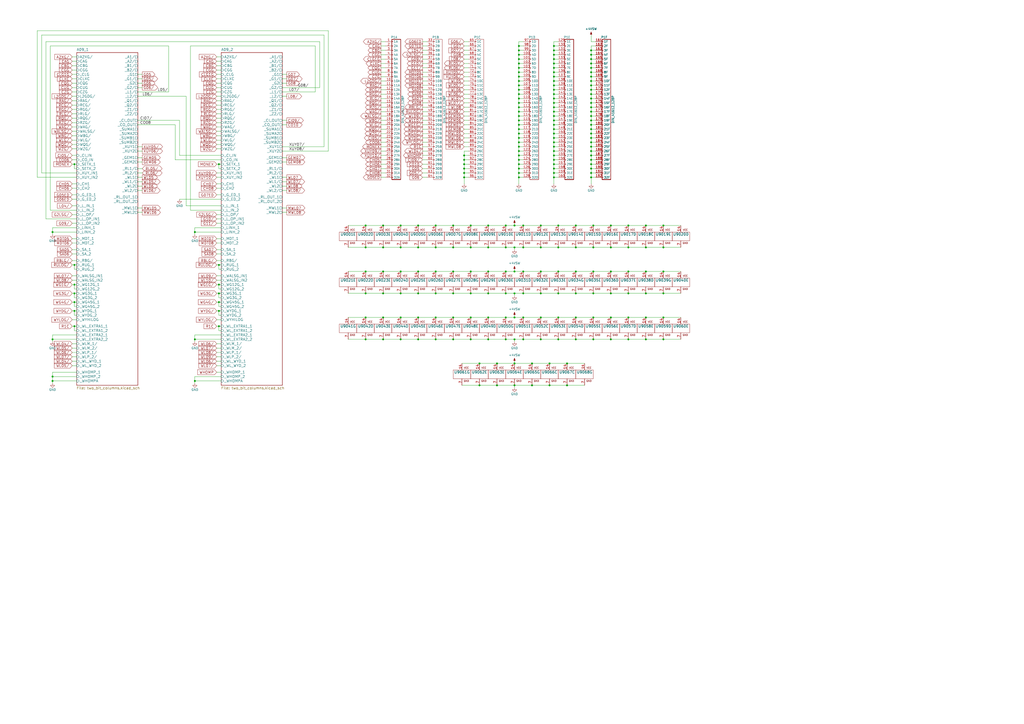
<source format=kicad_sch>
(kicad_sch (version 20211123) (generator eeschema)
  (paper "A2")
  (junction (at 313.69 130.81))
  (junction (at 43.18 180.34))
  (junction (at 342.9 92.71))
  (junction (at 212.09 196.85))
  (junction (at 298.45 130.81))
  (junction (at 334.01 157.48))
  (junction (at 342.9 49.53))
  (junction (at 354.33 196.85))
  (junction (at 342.9 74.93))
  (junction (at 300.99 57.15))
  (junction (at 269.24 95.25))
  (junction (at 321.31 100.33))
  (junction (at 342.9 31.75))
  (junction (at 342.9 29.21))
  (junction (at 212.09 170.18))
  (junction (at 342.9 39.37))
  (junction (at 321.31 95.25))
  (junction (at 300.99 64.77))
  (junction (at 127 153.67))
  (junction (at 252.73 184.15))
  (junction (at 232.41 157.48))
  (junction (at 293.37 143.51))
  (junction (at 269.24 100.33))
  (junction (at 262.89 170.18))
  (junction (at 300.99 52.07))
  (junction (at 300.99 26.67))
  (junction (at 313.69 143.51))
  (junction (at 252.73 143.51))
  (junction (at 300.99 72.39))
  (junction (at 321.31 74.93))
  (junction (at 384.81 196.85))
  (junction (at 288.29 223.52))
  (junction (at 273.05 143.51))
  (junction (at 242.57 143.51))
  (junction (at 321.31 64.77))
  (junction (at 300.99 85.09))
  (junction (at 300.99 34.29))
  (junction (at 242.57 157.48))
  (junction (at 252.73 170.18))
  (junction (at 222.25 130.81))
  (junction (at 334.01 196.85))
  (junction (at 300.99 80.01))
  (junction (at 298.45 157.48))
  (junction (at 342.9 34.29))
  (junction (at 321.31 36.83))
  (junction (at 321.31 52.07))
  (junction (at 127 180.34))
  (junction (at 323.85 170.18))
  (junction (at 212.09 184.15))
  (junction (at 308.61 223.52))
  (junction (at 364.49 170.18))
  (junction (at 252.73 157.48))
  (junction (at 262.89 157.48))
  (junction (at 300.99 74.93))
  (junction (at 313.69 196.85))
  (junction (at 334.01 130.81))
  (junction (at 344.17 170.18))
  (junction (at 344.17 196.85))
  (junction (at 364.49 143.51))
  (junction (at 364.49 130.81))
  (junction (at 354.33 170.18))
  (junction (at 127 170.18))
  (junction (at 300.99 49.53))
  (junction (at 342.9 100.33))
  (junction (at 242.57 184.15))
  (junction (at 232.41 170.18))
  (junction (at 300.99 67.31))
  (junction (at 300.99 46.99))
  (junction (at 113.03 134.62))
  (junction (at 342.9 72.39))
  (junction (at 364.49 157.48))
  (junction (at 300.99 36.83))
  (junction (at 344.17 143.51))
  (junction (at 300.99 41.91))
  (junction (at 283.21 184.15))
  (junction (at 222.25 184.15))
  (junction (at 318.77 210.82))
  (junction (at 232.41 196.85))
  (junction (at 323.85 143.51))
  (junction (at 318.77 223.52))
  (junction (at 43.18 95.25))
  (junction (at 384.81 130.81))
  (junction (at 374.65 130.81))
  (junction (at 321.31 59.69))
  (junction (at 273.05 184.15))
  (junction (at 321.31 85.09))
  (junction (at 300.99 29.21))
  (junction (at 43.18 189.23))
  (junction (at 303.53 196.85))
  (junction (at 222.25 143.51))
  (junction (at 323.85 184.15))
  (junction (at 288.29 210.82))
  (junction (at 342.9 67.31))
  (junction (at 30.48 134.62))
  (junction (at 283.21 130.81))
  (junction (at 262.89 143.51))
  (junction (at 262.89 130.81))
  (junction (at 300.99 44.45))
  (junction (at 300.99 39.37))
  (junction (at 262.89 196.85))
  (junction (at 342.9 85.09))
  (junction (at 321.31 62.23))
  (junction (at 293.37 196.85))
  (junction (at 374.65 196.85))
  (junction (at 43.18 170.18))
  (junction (at 334.01 184.15))
  (junction (at 113.03 196.85))
  (junction (at 298.45 184.15))
  (junction (at 300.99 87.63))
  (junction (at 30.48 196.85))
  (junction (at 298.45 210.82))
  (junction (at 323.85 157.48))
  (junction (at 269.24 97.79))
  (junction (at 323.85 130.81))
  (junction (at 342.9 62.23))
  (junction (at 293.37 157.48))
  (junction (at 300.99 59.69))
  (junction (at 269.24 92.71))
  (junction (at 354.33 130.81))
  (junction (at 232.41 130.81))
  (junction (at 344.17 184.15))
  (junction (at 321.31 31.75))
  (junction (at 328.93 223.52))
  (junction (at 273.05 157.48))
  (junction (at 334.01 170.18))
  (junction (at 321.31 39.37))
  (junction (at 342.9 90.17))
  (junction (at 303.53 184.15))
  (junction (at 222.25 157.48))
  (junction (at 342.9 54.61))
  (junction (at 364.49 184.15))
  (junction (at 374.65 157.48))
  (junction (at 342.9 57.15))
  (junction (at 232.41 184.15))
  (junction (at 298.45 143.51))
  (junction (at 342.9 52.07))
  (junction (at 384.81 143.51))
  (junction (at 242.57 196.85))
  (junction (at 334.01 143.51))
  (junction (at 342.9 64.77))
  (junction (at 308.61 210.82))
  (junction (at 313.69 170.18))
  (junction (at 354.33 184.15))
  (junction (at 127 165.1))
  (junction (at 321.31 97.79))
  (junction (at 321.31 29.21))
  (junction (at 303.53 157.48))
  (junction (at 303.53 143.51))
  (junction (at 342.9 46.99))
  (junction (at 321.31 67.31))
  (junction (at 374.65 184.15))
  (junction (at 273.05 196.85))
  (junction (at 321.31 102.87))
  (junction (at 300.99 90.17))
  (junction (at 127 189.23))
  (junction (at 303.53 170.18))
  (junction (at 222.25 170.18))
  (junction (at 321.31 54.61))
  (junction (at 300.99 69.85))
  (junction (at 364.49 196.85))
  (junction (at 300.99 54.61))
  (junction (at 30.48 220.98))
  (junction (at 342.9 44.45))
  (junction (at 342.9 59.69))
  (junction (at 300.99 97.79))
  (junction (at 342.9 87.63))
  (junction (at 342.9 80.01))
  (junction (at 298.45 196.85))
  (junction (at 300.99 92.71))
  (junction (at 127 95.25))
  (junction (at 242.57 170.18))
  (junction (at 43.18 165.1))
  (junction (at 278.13 223.52))
  (junction (at 321.31 87.63))
  (junction (at 374.65 143.51))
  (junction (at 342.9 77.47))
  (junction (at 321.31 57.15))
  (junction (at 127 175.26))
  (junction (at 384.81 157.48))
  (junction (at 300.99 82.55))
  (junction (at 283.21 170.18))
  (junction (at 300.99 95.25))
  (junction (at 43.18 153.67))
  (junction (at 342.9 69.85))
  (junction (at 212.09 130.81))
  (junction (at 252.73 196.85))
  (junction (at 321.31 72.39))
  (junction (at 321.31 80.01))
  (junction (at 273.05 130.81))
  (junction (at 321.31 49.53))
  (junction (at 278.13 210.82))
  (junction (at 374.65 170.18))
  (junction (at 321.31 90.17))
  (junction (at 252.73 130.81))
  (junction (at 300.99 77.47))
  (junction (at 222.25 196.85))
  (junction (at 298.45 170.18))
  (junction (at 300.99 62.23))
  (junction (at 293.37 130.81))
  (junction (at 43.18 175.26))
  (junction (at 321.31 82.55))
  (junction (at 344.17 157.48))
  (junction (at 269.24 90.17))
  (junction (at 283.21 143.51))
  (junction (at 313.69 184.15))
  (junction (at 303.53 130.81))
  (junction (at 212.09 143.51))
  (junction (at 273.05 170.18))
  (junction (at 321.31 69.85))
  (junction (at 242.57 130.81))
  (junction (at 313.69 157.48))
  (junction (at 212.09 157.48))
  (junction (at 344.17 130.81))
  (junction (at 293.37 170.18))
  (junction (at 342.9 36.83))
  (junction (at 384.81 184.15))
  (junction (at 342.9 97.79))
  (junction (at 342.9 41.91))
  (junction (at 269.24 102.87))
  (junction (at 321.31 92.71))
  (junction (at 321.31 26.67))
  (junction (at 342.9 95.25))
  (junction (at 342.9 102.87))
  (junction (at 283.21 157.48))
  (junction (at 30.48 218.44))
  (junction (at 323.85 196.85))
  (junction (at 262.89 184.15))
  (junction (at 232.41 143.51))
  (junction (at 321.31 34.29))
  (junction (at 384.81 170.18))
  (junction (at 283.21 196.85))
  (junction (at 321.31 46.99))
  (junction (at 321.31 77.47))
  (junction (at 300.99 102.87))
  (junction (at 328.93 210.82))
  (junction (at 300.99 31.75))
  (junction (at 300.99 100.33))
  (junction (at 293.37 184.15))
  (junction (at 298.45 223.52))
  (junction (at 321.31 41.91))
  (junction (at 113.03 220.98))
  (junction (at 321.31 44.45))
  (junction (at 354.33 143.51))
  (junction (at 342.9 82.55))
  (junction (at 354.33 157.48))
  (wire (pts (xy 321.31 31.75) (xy 323.85 31.75)))
  (wire (pts (xy 43.18 97.79) (xy 44.45 97.79)))
  (wire (pts (xy 44.45 60.96) (xy 41.91 60.96)))
  (wire (pts (xy 245.11 77.47) (xy 247.65 77.47)))
  (wire (pts (xy 44.45 134.62) (xy 30.48 134.62)))
  (wire (pts (xy 43.18 189.23) (xy 44.45 189.23)))
  (wire (pts (xy 212.09 184.15) (xy 222.25 184.15)))
  (wire (pts (xy 247.65 31.75) (xy 245.11 31.75)))
  (wire (pts (xy 247.65 95.25) (xy 245.11 95.25)))
  (wire (pts (xy 273.05 157.48) (xy 283.21 157.48)))
  (wire (pts (xy 271.78 80.01) (xy 269.24 80.01)))
  (wire (pts (xy 313.69 184.15) (xy 323.85 184.15)))
  (wire (pts (xy 247.65 92.71) (xy 245.11 92.71)))
  (wire (pts (xy 300.99 52.07) (xy 303.53 52.07)))
  (wire (pts (xy 24.13 20.32) (xy 24.13 100.33)))
  (wire (pts (xy 300.99 67.31) (xy 303.53 67.31)))
  (wire (pts (xy 247.65 29.21) (xy 245.11 29.21)))
  (wire (pts (xy 80.01 102.87) (xy 82.55 102.87)))
  (wire (pts (xy 44.45 109.22) (xy 41.91 109.22)))
  (wire (pts (xy 163.83 43.18) (xy 166.37 43.18)))
  (wire (pts (xy 298.45 210.82) (xy 308.61 210.82)))
  (wire (pts (xy 127 182.88) (xy 128.27 182.88)))
  (wire (pts (xy 223.52 90.17) (xy 220.98 90.17)))
  (wire (pts (xy 163.83 69.85) (xy 166.37 69.85)))
  (wire (pts (xy 321.31 72.39) (xy 323.85 72.39)))
  (wire (pts (xy 271.78 49.53) (xy 269.24 49.53)))
  (wire (pts (xy 128.27 140.97) (xy 125.73 140.97)))
  (wire (pts (xy 190.5 87.63) (xy 190.5 17.78)))
  (wire (pts (xy 354.33 157.48) (xy 364.49 157.48)))
  (wire (pts (xy 44.45 40.64) (xy 41.91 40.64)))
  (wire (pts (xy 271.78 67.31) (xy 269.24 67.31)))
  (wire (pts (xy 342.9 41.91) (xy 342.9 44.45)))
  (wire (pts (xy 271.78 85.09) (xy 269.24 85.09)))
  (wire (pts (xy 44.45 38.1) (xy 41.91 38.1)))
  (wire (pts (xy 223.52 44.45) (xy 220.98 44.45)))
  (wire (pts (xy 24.13 100.33) (xy 44.45 100.33)))
  (wire (pts (xy 247.65 36.83) (xy 245.11 36.83)))
  (wire (pts (xy 271.78 62.23) (xy 269.24 62.23)))
  (wire (pts (xy 127 172.72) (xy 128.27 172.72)))
  (wire (pts (xy 247.65 82.55) (xy 245.11 82.55)))
  (wire (pts (xy 298.45 143.51) (xy 303.53 143.51)))
  (wire (pts (xy 321.31 29.21) (xy 321.31 31.75)))
  (wire (pts (xy 271.78 59.69) (xy 269.24 59.69)))
  (wire (pts (xy 342.9 85.09) (xy 342.9 87.63)))
  (wire (pts (xy 342.9 62.23) (xy 345.44 62.23)))
  (wire (pts (xy 300.99 59.69) (xy 303.53 59.69)))
  (wire (pts (xy 342.9 62.23) (xy 342.9 64.77)))
  (wire (pts (xy 321.31 52.07) (xy 321.31 54.61)))
  (wire (pts (xy 128.27 76.2) (xy 125.73 76.2)))
  (wire (pts (xy 44.45 162.56) (xy 41.91 162.56)))
  (wire (pts (xy 300.99 72.39) (xy 303.53 72.39)))
  (wire (pts (xy 298.45 143.51) (xy 298.45 144.78)))
  (wire (pts (xy 128.27 138.43) (xy 125.73 138.43)))
  (wire (pts (xy 342.9 95.25) (xy 345.44 95.25)))
  (wire (pts (xy 273.05 170.18) (xy 283.21 170.18)))
  (wire (pts (xy 323.85 157.48) (xy 334.01 157.48)))
  (wire (pts (xy 80.01 97.79) (xy 82.55 97.79)))
  (wire (pts (xy 127 156.21) (xy 128.27 156.21)))
  (wire (pts (xy 80.01 43.18) (xy 82.55 43.18)))
  (wire (pts (xy 342.9 41.91) (xy 345.44 41.91)))
  (wire (pts (xy 321.31 64.77) (xy 323.85 64.77)))
  (wire (pts (xy 43.18 170.18) (xy 44.45 170.18)))
  (wire (pts (xy 321.31 100.33) (xy 321.31 102.87)))
  (wire (pts (xy 321.31 92.71) (xy 323.85 92.71)))
  (wire (pts (xy 342.9 90.17) (xy 345.44 90.17)))
  (wire (pts (xy 44.45 45.72) (xy 41.91 45.72)))
  (wire (pts (xy 44.45 160.02) (xy 41.91 160.02)))
  (wire (pts (xy 288.29 223.52) (xy 298.45 223.52)))
  (wire (pts (xy 128.27 68.58) (xy 125.73 68.58)))
  (wire (pts (xy 30.48 196.85) (xy 30.48 198.12)))
  (wire (pts (xy 128.27 106.68) (xy 125.73 106.68)))
  (wire (pts (xy 43.18 175.26) (xy 43.18 177.8)))
  (wire (pts (xy 364.49 170.18) (xy 374.65 170.18)))
  (wire (pts (xy 323.85 26.67) (xy 321.31 26.67)))
  (wire (pts (xy 97.79 26.67) (xy 29.21 26.67)))
  (wire (pts (xy 323.85 184.15) (xy 334.01 184.15)))
  (wire (pts (xy 242.57 184.15) (xy 252.73 184.15)))
  (wire (pts (xy 271.78 29.21) (xy 269.24 29.21)))
  (wire (pts (xy 232.41 130.81) (xy 242.57 130.81)))
  (wire (pts (xy 283.21 184.15) (xy 293.37 184.15)))
  (wire (pts (xy 342.9 69.85) (xy 345.44 69.85)))
  (wire (pts (xy 110.49 121.92) (xy 128.27 121.92)))
  (wire (pts (xy 342.9 67.31) (xy 345.44 67.31)))
  (wire (pts (xy 80.01 123.19) (xy 82.55 123.19)))
  (wire (pts (xy 30.48 134.62) (xy 30.48 135.89)))
  (wire (pts (xy 128.27 124.46) (xy 125.73 124.46)))
  (wire (pts (xy 342.9 31.75) (xy 342.9 34.29)))
  (wire (pts (xy 342.9 85.09) (xy 345.44 85.09)))
  (wire (pts (xy 80.01 105.41) (xy 82.55 105.41)))
  (wire (pts (xy 222.25 130.81) (xy 232.41 130.81)))
  (wire (pts (xy 127 153.67) (xy 128.27 153.67)))
  (wire (pts (xy 127 167.64) (xy 128.27 167.64)))
  (wire (pts (xy 80.01 53.34) (xy 97.79 53.34)))
  (wire (pts (xy 303.53 184.15) (xy 313.69 184.15)))
  (wire (pts (xy 298.45 223.52) (xy 298.45 224.79)))
  (wire (pts (xy 321.31 59.69) (xy 323.85 59.69)))
  (wire (pts (xy 374.65 170.18) (xy 384.81 170.18)))
  (wire (pts (xy 201.93 170.18) (xy 212.09 170.18)))
  (wire (pts (xy 201.93 143.51) (xy 212.09 143.51)))
  (wire (pts (xy 128.27 66.04) (xy 125.73 66.04)))
  (wire (pts (xy 300.99 26.67) (xy 300.99 29.21)))
  (wire (pts (xy 321.31 49.53) (xy 321.31 52.07)))
  (wire (pts (xy 252.73 184.15) (xy 262.89 184.15)))
  (wire (pts (xy 163.83 50.8) (xy 185.42 50.8)))
  (wire (pts (xy 163.83 85.09) (xy 187.96 85.09)))
  (wire (pts (xy 321.31 72.39) (xy 321.31 74.93)))
  (wire (pts (xy 271.78 72.39) (xy 269.24 72.39)))
  (wire (pts (xy 44.45 199.39) (xy 41.91 199.39)))
  (wire (pts (xy 321.31 74.93) (xy 323.85 74.93)))
  (wire (pts (xy 342.9 64.77) (xy 345.44 64.77)))
  (wire (pts (xy 128.27 40.64) (xy 125.73 40.64)))
  (wire (pts (xy 252.73 157.48) (xy 262.89 157.48)))
  (wire (pts (xy 293.37 130.81) (xy 298.45 130.81)))
  (wire (pts (xy 342.9 39.37) (xy 342.9 41.91)))
  (wire (pts (xy 44.45 191.77) (xy 43.18 191.77)))
  (wire (pts (xy 300.99 85.09) (xy 300.99 87.63)))
  (wire (pts (xy 334.01 143.51) (xy 344.17 143.51)))
  (wire (pts (xy 300.99 102.87) (xy 300.99 106.68)))
  (wire (pts (xy 298.45 196.85) (xy 298.45 198.12)))
  (wire (pts (xy 342.9 90.17) (xy 342.9 92.71)))
  (wire (pts (xy 128.27 132.08) (xy 113.03 132.08)))
  (wire (pts (xy 97.79 53.34) (xy 97.79 26.67)))
  (wire (pts (xy 127 95.25) (xy 127 97.79)))
  (wire (pts (xy 374.65 130.81) (xy 384.81 130.81)))
  (wire (pts (xy 43.18 95.25) (xy 44.45 95.25)))
  (wire (pts (xy 321.31 41.91) (xy 321.31 44.45)))
  (wire (pts (xy 44.45 207.01) (xy 41.91 207.01)))
  (wire (pts (xy 300.99 92.71) (xy 303.53 92.71)))
  (wire (pts (xy 127 180.34) (xy 128.27 180.34)))
  (wire (pts (xy 128.27 60.96) (xy 125.73 60.96)))
  (wire (pts (xy 247.65 62.23) (xy 245.11 62.23)))
  (wire (pts (xy 283.21 143.51) (xy 293.37 143.51)))
  (wire (pts (xy 298.45 223.52) (xy 308.61 223.52)))
  (wire (pts (xy 342.9 92.71) (xy 345.44 92.71)))
  (wire (pts (xy 321.31 39.37) (xy 323.85 39.37)))
  (wire (pts (xy 300.99 39.37) (xy 300.99 41.91)))
  (wire (pts (xy 321.31 57.15) (xy 321.31 59.69)))
  (wire (pts (xy 80.01 107.95) (xy 82.55 107.95)))
  (wire (pts (xy 273.05 184.15) (xy 283.21 184.15)))
  (wire (pts (xy 269.24 92.71) (xy 269.24 95.25)))
  (wire (pts (xy 342.9 46.99) (xy 342.9 49.53)))
  (wire (pts (xy 342.9 64.77) (xy 342.9 67.31)))
  (wire (pts (xy 300.99 80.01) (xy 303.53 80.01)))
  (wire (pts (xy 342.9 26.67) (xy 345.44 26.67)))
  (wire (pts (xy 44.45 58.42) (xy 41.91 58.42)))
  (wire (pts (xy 300.99 97.79) (xy 300.99 100.33)))
  (wire (pts (xy 113.03 134.62) (xy 113.03 135.89)))
  (wire (pts (xy 342.9 82.55) (xy 342.9 85.09)))
  (wire (pts (xy 128.27 50.8) (xy 125.73 50.8)))
  (wire (pts (xy 128.27 129.54) (xy 125.73 129.54)))
  (wire (pts (xy 125.73 165.1) (xy 127 165.1)))
  (wire (pts (xy 245.11 64.77) (xy 247.65 64.77)))
  (wire (pts (xy 128.27 102.87) (xy 125.73 102.87)))
  (wire (pts (xy 128.27 38.1) (xy 125.73 38.1)))
  (wire (pts (xy 300.99 64.77) (xy 300.99 67.31)))
  (wire (pts (xy 364.49 143.51) (xy 374.65 143.51)))
  (wire (pts (xy 321.31 64.77) (xy 321.31 67.31)))
  (wire (pts (xy 384.81 170.18) (xy 394.97 170.18)))
  (wire (pts (xy 43.18 153.67) (xy 43.18 156.21)))
  (wire (pts (xy 104.14 115.57) (xy 128.27 115.57)))
  (wire (pts (xy 321.31 85.09) (xy 323.85 85.09)))
  (wire (pts (xy 300.99 31.75) (xy 300.99 34.29)))
  (wire (pts (xy 44.45 209.55) (xy 41.91 209.55)))
  (wire (pts (xy 44.45 115.57) (xy 41.91 115.57)))
  (wire (pts (xy 269.24 95.25) (xy 269.24 97.79)))
  (wire (pts (xy 374.65 184.15) (xy 384.81 184.15)))
  (wire (pts (xy 321.31 24.13) (xy 321.31 26.67)))
  (wire (pts (xy 342.9 97.79) (xy 345.44 97.79)))
  (wire (pts (xy 269.24 97.79) (xy 271.78 97.79)))
  (wire (pts (xy 128.27 209.55) (xy 125.73 209.55)))
  (wire (pts (xy 128.27 81.28) (xy 125.73 81.28)))
  (wire (pts (xy 80.01 110.49) (xy 82.55 110.49)))
  (wire (pts (xy 247.65 24.13) (xy 245.11 24.13)))
  (wire (pts (xy 344.17 143.51) (xy 354.33 143.51)))
  (wire (pts (xy 342.9 54.61) (xy 345.44 54.61)))
  (wire (pts (xy 300.99 34.29) (xy 300.99 36.83)))
  (wire (pts (xy 128.27 160.02) (xy 125.73 160.02)))
  (wire (pts (xy 252.73 170.18) (xy 262.89 170.18)))
  (wire (pts (xy 43.18 165.1) (xy 44.45 165.1)))
  (wire (pts (xy 342.9 46.99) (xy 345.44 46.99)))
  (wire (pts (xy 127 170.18) (xy 127 172.72)))
  (wire (pts (xy 128.27 127) (xy 125.73 127)))
  (wire (pts (xy 212.09 196.85) (xy 222.25 196.85)))
  (wire (pts (xy 163.83 110.49) (xy 166.37 110.49)))
  (wire (pts (xy 128.27 215.9) (xy 125.73 215.9)))
  (wire (pts (xy 223.52 57.15) (xy 220.98 57.15)))
  (wire (pts (xy 247.65 100.33) (xy 245.11 100.33)))
  (wire (pts (xy 128.27 185.42) (xy 125.73 185.42)))
  (wire (pts (xy 30.48 132.08) (xy 30.48 134.62)))
  (wire (pts (xy 41.91 180.34) (xy 43.18 180.34)))
  (wire (pts (xy 43.18 170.18) (xy 43.18 172.72)))
  (wire (pts (xy 128.27 71.12) (xy 125.73 71.12)))
  (wire (pts (xy 300.99 44.45) (xy 300.99 46.99)))
  (wire (pts (xy 43.18 180.34) (xy 43.18 182.88)))
  (wire (pts (xy 321.31 44.45) (xy 323.85 44.45)))
  (wire (pts (xy 342.9 49.53) (xy 345.44 49.53)))
  (wire (pts (xy 80.01 45.72) (xy 82.55 45.72)))
  (wire (pts (xy 223.52 64.77) (xy 220.98 64.77)))
  (wire (pts (xy 271.78 74.93) (xy 269.24 74.93)))
  (wire (pts (xy 334.01 196.85) (xy 344.17 196.85)))
  (wire (pts (xy 212.09 143.51) (xy 222.25 143.51)))
  (wire (pts (xy 300.99 92.71) (xy 300.99 95.25)))
  (wire (pts (xy 269.24 97.79) (xy 269.24 100.33)))
  (wire (pts (xy 321.31 95.25) (xy 321.31 97.79)))
  (wire (pts (xy 101.6 72.39) (xy 101.6 92.71)))
  (wire (pts (xy 321.31 62.23) (xy 323.85 62.23)))
  (wire (pts (xy 247.65 39.37) (xy 245.11 39.37)))
  (wire (pts (xy 321.31 34.29) (xy 321.31 36.83)))
  (wire (pts (xy 222.25 184.15) (xy 232.41 184.15)))
  (wire (pts (xy 128.27 199.39) (xy 125.73 199.39)))
  (wire (pts (xy 303.53 143.51) (xy 313.69 143.51)))
  (wire (pts (xy 201.93 196.85) (xy 212.09 196.85)))
  (wire (pts (xy 242.57 157.48) (xy 252.73 157.48)))
  (wire (pts (xy 300.99 44.45) (xy 303.53 44.45)))
  (wire (pts (xy 321.31 90.17) (xy 321.31 92.71)))
  (wire (pts (xy 303.53 24.13) (xy 300.99 24.13)))
  (wire (pts (xy 127 189.23) (xy 128.27 189.23)))
  (wire (pts (xy 321.31 97.79) (xy 323.85 97.79)))
  (wire (pts (xy 182.88 26.67) (xy 110.49 26.67)))
  (wire (pts (xy 342.9 100.33) (xy 345.44 100.33)))
  (wire (pts (xy 321.31 41.91) (xy 323.85 41.91)))
  (wire (pts (xy 110.49 26.67) (xy 110.49 121.92)))
  (wire (pts (xy 278.13 210.82) (xy 288.29 210.82)))
  (wire (pts (xy 44.45 66.04) (xy 41.91 66.04)))
  (wire (pts (xy 298.45 170.18) (xy 298.45 171.45)))
  (wire (pts (xy 125.73 95.25) (xy 127 95.25)))
  (wire (pts (xy 247.65 34.29) (xy 245.11 34.29)))
  (wire (pts (xy 128.27 207.01) (xy 125.73 207.01)))
  (wire (pts (xy 344.17 157.48) (xy 354.33 157.48)))
  (wire (pts (xy 271.78 24.13) (xy 269.24 24.13)))
  (wire (pts (xy 303.53 130.81) (xy 313.69 130.81)))
  (wire (pts (xy 163.83 102.87) (xy 166.37 102.87)))
  (wire (pts (xy 107.95 119.38) (xy 128.27 119.38)))
  (wire (pts (xy 223.52 102.87) (xy 220.98 102.87)))
  (wire (pts (xy 223.52 29.21) (xy 220.98 29.21)))
  (wire (pts (xy 44.45 83.82) (xy 41.91 83.82)))
  (wire (pts (xy 247.65 102.87) (xy 245.11 102.87)))
  (wire (pts (xy 342.9 77.47) (xy 342.9 80.01)))
  (wire (pts (xy 321.31 46.99) (xy 321.31 49.53)))
  (wire (pts (xy 262.89 143.51) (xy 273.05 143.51)))
  (wire (pts (xy 163.83 53.34) (xy 182.88 53.34)))
  (wire (pts (xy 223.52 31.75) (xy 220.98 31.75)))
  (wire (pts (xy 212.09 170.18) (xy 222.25 170.18)))
  (wire (pts (xy 300.99 54.61) (xy 303.53 54.61)))
  (wire (pts (xy 300.99 49.53) (xy 303.53 49.53)))
  (wire (pts (xy 80.01 100.33) (xy 82.55 100.33)))
  (wire (pts (xy 271.78 46.99) (xy 269.24 46.99)))
  (wire (pts (xy 321.31 82.55) (xy 323.85 82.55)))
  (wire (pts (xy 242.57 143.51) (xy 252.73 143.51)))
  (wire (pts (xy 300.99 39.37) (xy 303.53 39.37)))
  (wire (pts (xy 321.31 100.33) (xy 323.85 100.33)))
  (wire (pts (xy 223.52 46.99) (xy 220.98 46.99)))
  (wire (pts (xy 242.57 170.18) (xy 252.73 170.18)))
  (wire (pts (xy 321.31 54.61) (xy 323.85 54.61)))
  (wire (pts (xy 298.45 157.48) (xy 303.53 157.48)))
  (wire (pts (xy 384.81 157.48) (xy 394.97 157.48)))
  (wire (pts (xy 212.09 130.81) (xy 222.25 130.81)))
  (wire (pts (xy 80.01 48.26) (xy 82.55 48.26)))
  (wire (pts (xy 342.9 100.33) (xy 342.9 102.87)))
  (wire (pts (xy 44.45 185.42) (xy 41.91 185.42)))
  (wire (pts (xy 342.9 36.83) (xy 345.44 36.83)))
  (wire (pts (xy 80.01 72.39) (xy 101.6 72.39)))
  (wire (pts (xy 223.52 92.71) (xy 220.98 92.71)))
  (wire (pts (xy 44.45 78.74) (xy 41.91 78.74)))
  (wire (pts (xy 43.18 175.26) (xy 44.45 175.26)))
  (wire (pts (xy 44.45 218.44) (xy 30.48 218.44)))
  (wire (pts (xy 269.24 92.71) (xy 271.78 92.71)))
  (wire (pts (xy 269.24 95.25) (xy 271.78 95.25)))
  (wire (pts (xy 223.52 69.85) (xy 220.98 69.85)))
  (wire (pts (xy 223.52 80.01) (xy 220.98 80.01)))
  (wire (pts (xy 300.99 41.91) (xy 300.99 44.45)))
  (wire (pts (xy 300.99 62.23) (xy 300.99 64.77)))
  (wire (pts (xy 222.25 196.85) (xy 232.41 196.85)))
  (wire (pts (xy 344.17 196.85) (xy 354.33 196.85)))
  (wire (pts (xy 374.65 157.48) (xy 384.81 157.48)))
  (wire (pts (xy 364.49 130.81) (xy 374.65 130.81)))
  (wire (pts (xy 44.45 53.34) (xy 41.91 53.34)))
  (wire (pts (xy 113.03 220.98) (xy 113.03 222.25)))
  (wire (pts (xy 80.01 55.88) (xy 107.95 55.88)))
  (wire (pts (xy 127 165.1) (xy 128.27 165.1)))
  (wire (pts (xy 190.5 17.78) (xy 21.59 17.78)))
  (wire (pts (xy 262.89 170.18) (xy 273.05 170.18)))
  (wire (pts (xy 300.99 41.91) (xy 303.53 41.91)))
  (wire (pts (xy 247.65 52.07) (xy 245.11 52.07)))
  (wire (pts (xy 273.05 130.81) (xy 283.21 130.81)))
  (wire (pts (xy 223.52 77.47) (xy 220.98 77.47)))
  (wire (pts (xy 185.42 24.13) (xy 26.67 24.13)))
  (wire (pts (xy 252.73 196.85) (xy 262.89 196.85)))
  (wire (pts (xy 288.29 210.82) (xy 298.45 210.82)))
  (wire (pts (xy 300.99 57.15) (xy 303.53 57.15)))
  (wire (pts (xy 271.78 57.15) (xy 269.24 57.15)))
  (wire (pts (xy 163.83 91.44) (xy 166.37 91.44)))
  (wire (pts (xy 44.45 194.31) (xy 30.48 194.31)))
  (wire (pts (xy 269.24 90.17) (xy 271.78 90.17)))
  (wire (pts (xy 267.97 223.52) (xy 278.13 223.52)))
  (wire (pts (xy 163.83 72.39) (xy 166.37 72.39)))
  (wire (pts (xy 321.31 74.93) (xy 321.31 77.47)))
  (wire (pts (xy 271.78 39.37) (xy 269.24 39.37)))
  (wire (pts (xy 44.45 35.56) (xy 41.91 35.56)))
  (wire (pts (xy 247.65 57.15) (xy 245.11 57.15)))
  (wire (pts (xy 44.45 113.03) (xy 41.91 113.03)))
  (wire (pts (xy 43.18 180.34) (xy 44.45 180.34)))
  (wire (pts (xy 303.53 196.85) (xy 313.69 196.85)))
  (wire (pts (xy 342.9 74.93) (xy 342.9 77.47)))
  (wire (pts (xy 232.41 170.18) (xy 242.57 170.18)))
  (wire (pts (xy 384.81 130.81) (xy 394.97 130.81)))
  (wire (pts (xy 128.27 43.18) (xy 125.73 43.18)))
  (wire (pts (xy 128.27 86.36) (xy 125.73 86.36)))
  (wire (pts (xy 271.78 34.29) (xy 269.24 34.29)))
  (wire (pts (xy 223.52 52.07) (xy 220.98 52.07)))
  (wire (pts (xy 300.99 36.83) (xy 300.99 39.37)))
  (wire (pts (xy 128.27 134.62) (xy 113.03 134.62)))
  (wire (pts (xy 323.85 196.85) (xy 334.01 196.85)))
  (wire (pts (xy 26.67 127) (xy 44.45 127)))
  (wire (pts (xy 300.99 36.83) (xy 303.53 36.83)))
  (wire (pts (xy 44.45 119.38) (xy 41.91 119.38)))
  (wire (pts (xy 300.99 95.25) (xy 300.99 97.79)))
  (wire (pts (xy 242.57 130.81) (xy 252.73 130.81)))
  (wire (pts (xy 273.05 143.51) (xy 283.21 143.51)))
  (wire (pts (xy 384.81 184.15) (xy 394.97 184.15)))
  (wire (pts (xy 201.93 130.81) (xy 212.09 130.81)))
  (wire (pts (xy 128.27 48.26) (xy 125.73 48.26)))
  (wire (pts (xy 252.73 143.51) (xy 262.89 143.51)))
  (wire (pts (xy 267.97 210.82) (xy 278.13 210.82)))
  (wire (pts (xy 313.69 170.18) (xy 323.85 170.18)))
  (wire (pts (xy 29.21 121.92) (xy 44.45 121.92)))
  (wire (pts (xy 128.27 201.93) (xy 125.73 201.93)))
  (wire (pts (xy 128.27 35.56) (xy 125.73 35.56)))
  (wire (pts (xy 313.69 143.51) (xy 323.85 143.51)))
  (wire (pts (xy 128.27 58.42) (xy 125.73 58.42)))
  (wire (pts (xy 342.9 49.53) (xy 342.9 52.07)))
  (wire (pts (xy 342.9 34.29) (xy 345.44 34.29)))
  (wire (pts (xy 298.45 182.88) (xy 298.45 184.15)))
  (wire (pts (xy 298.45 129.54) (xy 298.45 130.81)))
  (wire (pts (xy 273.05 196.85) (xy 283.21 196.85)))
  (wire (pts (xy 345.44 24.13) (xy 342.9 24.13)))
  (wire (pts (xy 283.21 170.18) (xy 293.37 170.18)))
  (wire (pts (xy 182.88 53.34) (xy 182.88 26.67)))
  (wire (pts (xy 300.99 90.17) (xy 300.99 92.71)))
  (wire (pts (xy 128.27 212.09) (xy 125.73 212.09)))
  (wire (pts (xy 354.33 184.15) (xy 364.49 184.15)))
  (wire (pts (xy 128.27 147.32) (xy 125.73 147.32)))
  (wire (pts (xy 313.69 130.81) (xy 323.85 130.81)))
  (wire (pts (xy 44.45 63.5) (xy 41.91 63.5)))
  (wire (pts (xy 223.52 59.69) (xy 220.98 59.69)))
  (wire (pts (xy 300.99 52.07) (xy 300.99 54.61)))
  (wire (pts (xy 222.25 143.51) (xy 232.41 143.51)))
  (wire (pts (xy 247.65 90.17) (xy 245.11 90.17)))
  (wire (pts (xy 247.65 69.85) (xy 245.11 69.85)))
  (wire (pts (xy 21.59 17.78) (xy 21.59 102.87)))
  (wire (pts (xy 128.27 194.31) (xy 113.03 194.31)))
  (wire (pts (xy 300.99 57.15) (xy 300.99 59.69)))
  (wire (pts (xy 163.83 107.95) (xy 166.37 107.95)))
  (wire (pts (xy 321.31 62.23) (xy 321.31 64.77)))
  (wire (pts (xy 334.01 170.18) (xy 344.17 170.18)))
  (wire (pts (xy 300.99 90.17) (xy 303.53 90.17)))
  (wire (pts (xy 271.78 44.45) (xy 269.24 44.45)))
  (wire (pts (xy 321.31 57.15) (xy 323.85 57.15)))
  (wire (pts (xy 44.45 124.46) (xy 41.91 124.46)))
  (wire (pts (xy 125.73 170.18) (xy 127 170.18)))
  (wire (pts (xy 323.85 130.81) (xy 334.01 130.81)))
  (wire (pts (xy 44.45 81.28) (xy 41.91 81.28)))
  (wire (pts (xy 342.9 24.13) (xy 342.9 20.32)))
  (wire (pts (xy 303.53 170.18) (xy 313.69 170.18)))
  (wire (pts (xy 342.9 80.01) (xy 342.9 82.55)))
  (wire (pts (xy 223.52 100.33) (xy 220.98 100.33)))
  (wire (pts (xy 342.9 87.63) (xy 345.44 87.63)))
  (wire (pts (xy 247.65 44.45) (xy 245.11 44.45)))
  (wire (pts (xy 128.27 204.47) (xy 125.73 204.47)))
  (wire (pts (xy 128.27 53.34) (xy 125.73 53.34)))
  (wire (pts (xy 303.53 157.48) (xy 313.69 157.48)))
  (wire (pts (xy 43.18 165.1) (xy 43.18 167.64)))
  (wire (pts (xy 262.89 196.85) (xy 273.05 196.85)))
  (wire (pts (xy 44.45 48.26) (xy 41.91 48.26)))
  (wire (pts (xy 30.48 220.98) (xy 30.48 222.25)))
  (wire (pts (xy 223.52 87.63) (xy 220.98 87.63)))
  (wire (pts (xy 321.31 67.31) (xy 323.85 67.31)))
  (wire (pts (xy 43.18 177.8) (xy 44.45 177.8)))
  (wire (pts (xy 271.78 26.67) (xy 269.24 26.67)))
  (wire (pts (xy 384.81 143.51) (xy 394.97 143.51)))
  (wire (pts (xy 21.59 102.87) (xy 44.45 102.87)))
  (wire (pts (xy 269.24 41.91) (xy 271.78 41.91)))
  (wire (pts (xy 127 170.18) (xy 128.27 170.18)))
  (wire (pts (xy 30.48 215.9) (xy 44.45 215.9)))
  (wire (pts (xy 44.45 71.12) (xy 41.91 71.12)))
  (wire (pts (xy 127 97.79) (xy 128.27 97.79)))
  (wire (pts (xy 80.01 69.85) (xy 104.14 69.85)))
  (wire (pts (xy 41.91 95.25) (xy 43.18 95.25)))
  (wire (pts (xy 41.91 153.67) (xy 43.18 153.67)))
  (wire (pts (xy 44.45 151.13) (xy 41.91 151.13)))
  (wire (pts (xy 252.73 130.81) (xy 262.89 130.81)))
  (wire (pts (xy 128.27 151.13) (xy 125.73 151.13)))
  (wire (pts (xy 262.89 130.81) (xy 273.05 130.81)))
  (wire (pts (xy 271.78 36.83) (xy 269.24 36.83)))
  (wire (pts (xy 300.99 59.69) (xy 300.99 62.23)))
  (wire (pts (xy 223.52 36.83) (xy 220.98 36.83)))
  (wire (pts (xy 313.69 196.85) (xy 323.85 196.85)))
  (wire (pts (xy 300.99 54.61) (xy 300.99 57.15)))
  (wire (pts (xy 298.45 209.55) (xy 298.45 210.82)))
  (wire (pts (xy 271.78 82.55) (xy 269.24 82.55)))
  (wire (pts (xy 127 177.8) (xy 128.27 177.8)))
  (wire (pts (xy 128.27 220.98) (xy 113.03 220.98)))
  (wire (pts (xy 300.99 29.21) (xy 300.99 31.75)))
  (wire (pts (xy 342.9 44.45) (xy 342.9 46.99)))
  (wire (pts (xy 43.18 156.21) (xy 44.45 156.21)))
  (wire (pts (xy 321.31 102.87) (xy 323.85 102.87)))
  (wire (pts (xy 323.85 143.51) (xy 334.01 143.51)))
  (wire (pts (xy 300.99 80.01) (xy 300.99 82.55)))
  (wire (pts (xy 323.85 24.13) (xy 321.31 24.13)))
  (wire (pts (xy 245.11 74.93) (xy 247.65 74.93)))
  (wire (pts (xy 293.37 196.85) (xy 298.45 196.85)))
  (wire (pts (xy 321.31 77.47) (xy 323.85 77.47)))
  (wire (pts (xy 298.45 156.21) (xy 298.45 157.48)))
  (wire (pts (xy 44.45 129.54) (xy 41.91 129.54)))
  (wire (pts (xy 300.99 95.25) (xy 303.53 95.25)))
  (wire (pts (xy 321.31 29.21) (xy 323.85 29.21)))
  (wire (pts (xy 342.9 92.71) (xy 342.9 95.25)))
  (wire (pts (xy 222.25 157.48) (xy 232.41 157.48)))
  (wire (pts (xy 125.73 153.67) (xy 127 153.67)))
  (wire (pts (xy 128.27 144.78) (xy 125.73 144.78)))
  (wire (pts (xy 212.09 157.48) (xy 222.25 157.48)))
  (wire (pts (xy 44.45 144.78) (xy 41.91 144.78)))
  (wire (pts (xy 342.9 102.87) (xy 342.9 106.68)))
  (wire (pts (xy 223.52 41.91) (xy 220.98 41.91)))
  (wire (pts (xy 247.65 80.01) (xy 245.11 80.01)))
  (wire (pts (xy 321.31 85.09) (xy 321.31 87.63)))
  (wire (pts (xy 247.65 54.61) (xy 245.11 54.61)))
  (wire (pts (xy 342.9 52.07) (xy 342.9 54.61)))
  (wire (pts (xy 300.99 34.29) (xy 303.53 34.29)))
  (wire (pts (xy 271.78 64.77) (xy 269.24 64.77)))
  (wire (pts (xy 247.65 85.09) (xy 245.11 85.09)))
  (wire (pts (xy 127 165.1) (xy 127 167.64)))
  (wire (pts (xy 342.9 102.87) (xy 345.44 102.87)))
  (wire (pts (xy 44.45 33.02) (xy 41.91 33.02)))
  (wire (pts (xy 223.52 62.23) (xy 220.98 62.23)))
  (wire (pts (xy 128.27 196.85) (xy 113.03 196.85)))
  (wire (pts (xy 300.99 74.93) (xy 300.99 77.47)))
  (wire (pts (xy 342.9 29.21) (xy 342.9 31.75)))
  (wire (pts (xy 242.57 196.85) (xy 252.73 196.85)))
  (wire (pts (xy 321.31 36.83) (xy 321.31 39.37)))
  (wire (pts (xy 321.31 80.01) (xy 321.31 82.55)))
  (wire (pts (xy 334.01 157.48) (xy 344.17 157.48)))
  (wire (pts (xy 321.31 52.07) (xy 323.85 52.07)))
  (wire (pts (xy 113.03 218.44) (xy 113.03 220.98)))
  (wire (pts (xy 321.31 90.17) (xy 323.85 90.17)))
  (wire (pts (xy 300.99 24.13) (xy 300.99 26.67)))
  (wire (pts (xy 128.27 218.44) (xy 113.03 218.44)))
  (wire (pts (xy 278.13 223.52) (xy 288.29 223.52)))
  (wire (pts (xy 300.99 29.21) (xy 303.53 29.21)))
  (wire (pts (xy 29.21 26.67) (xy 29.21 121.92)))
  (wire (pts (xy 223.52 82.55) (xy 220.98 82.55)))
  (wire (pts (xy 44.45 68.58) (xy 41.91 68.58)))
  (wire (pts (xy 342.9 52.07) (xy 345.44 52.07)))
  (wire (pts (xy 127 175.26) (xy 128.27 175.26)))
  (wire (pts (xy 44.45 76.2) (xy 41.91 76.2)))
  (wire (pts (xy 344.17 184.15) (xy 354.33 184.15)))
  (wire (pts (xy 80.01 50.8) (xy 82.55 50.8)))
  (wire (pts (xy 321.31 102.87) (xy 321.31 106.68)))
  (wire (pts (xy 300.99 82.55) (xy 303.53 82.55)))
  (wire (pts (xy 44.45 73.66) (xy 41.91 73.66)))
  (wire (pts (xy 223.52 49.53) (xy 220.98 49.53)))
  (wire (pts (xy 354.33 130.81) (xy 364.49 130.81)))
  (wire (pts (xy 125.73 175.26) (xy 127 175.26)))
  (wire (pts (xy 80.01 85.09) (xy 82.55 85.09)))
  (wire (pts (xy 44.45 138.43) (xy 41.91 138.43)))
  (wire (pts (xy 342.9 36.83) (xy 342.9 39.37)))
  (wire (pts (xy 321.31 34.29) (xy 323.85 34.29)))
  (wire (pts (xy 223.52 34.29) (xy 220.98 34.29)))
  (wire (pts (xy 342.9 59.69) (xy 345.44 59.69)))
  (wire (pts (xy 262.89 184.15) (xy 273.05 184.15)))
  (wire (pts (xy 321.31 31.75) (xy 321.31 34.29)))
  (wire (pts (xy 80.01 93.98) (xy 82.55 93.98)))
  (wire (pts (xy 300.99 31.75) (xy 303.53 31.75)))
  (wire (pts (xy 44.45 90.17) (xy 41.91 90.17)))
  (wire (pts (xy 300.99 46.99) (xy 300.99 49.53)))
  (wire (pts (xy 128.27 33.02) (xy 125.73 33.02)))
  (wire (pts (xy 80.01 87.63) (xy 82.55 87.63)))
  (wire (pts (xy 43.18 153.67) (xy 44.45 153.67)))
  (wire (pts (xy 283.21 196.85) (xy 293.37 196.85)))
  (wire (pts (xy 271.78 69.85) (xy 269.24 69.85)))
  (wire (pts (xy 220.98 85.09) (xy 223.52 85.09)))
  (wire (pts (xy 300.99 87.63) (xy 303.53 87.63)))
  (wire (pts (xy 44.45 86.36) (xy 41.91 86.36)))
  (wire (pts (xy 269.24 102.87) (xy 271.78 102.87)))
  (wire (pts (xy 44.45 43.18) (xy 41.91 43.18)))
  (wire (pts (xy 44.45 196.85) (xy 30.48 196.85)))
  (wire (pts (xy 44.45 204.47) (xy 41.91 204.47)))
  (wire (pts (xy 342.9 77.47) (xy 345.44 77.47)))
  (wire (pts (xy 223.52 24.13) (xy 220.98 24.13)))
  (wire (pts (xy 300.99 100.33) (xy 303.53 100.33)))
  (wire (pts (xy 364.49 196.85) (xy 374.65 196.85)))
  (wire (pts (xy 321.31 49.53) (xy 323.85 49.53)))
  (wire (pts (xy 342.9 97.79) (xy 342.9 100.33)))
  (wire (pts (xy 80.01 91.44) (xy 82.55 91.44)))
  (wire (pts (xy 344.17 130.81) (xy 354.33 130.81)))
  (wire (pts (xy 128.27 191.77) (xy 127 191.77)))
  (wire (pts (xy 321.31 54.61) (xy 321.31 57.15)))
  (wire (pts (xy 127 95.25) (xy 128.27 95.25)))
  (wire (pts (xy 342.9 72.39) (xy 342.9 74.93)))
  (wire (pts (xy 262.89 157.48) (xy 273.05 157.48)))
  (wire (pts (xy 354.33 196.85) (xy 364.49 196.85)))
  (wire (pts (xy 247.65 26.67) (xy 245.11 26.67)))
  (wire (pts (xy 318.77 210.82) (xy 328.93 210.82)))
  (wire (pts (xy 44.45 55.88) (xy 41.91 55.88)))
  (wire (pts (xy 44.45 140.97) (xy 41.91 140.97)))
  (wire (pts (xy 283.21 157.48) (xy 293.37 157.48)))
  (wire (pts (xy 298.45 170.18) (xy 303.53 170.18)))
  (wire (pts (xy 321.31 26.67) (xy 321.31 29.21)))
  (wire (pts (xy 321.31 87.63) (xy 321.31 90.17)))
  (wire (pts (xy 43.18 191.77) (xy 43.18 189.23)))
  (wire (pts (xy 269.24 87.63) (xy 271.78 87.63)))
  (wire (pts (xy 342.9 26.67) (xy 342.9 29.21)))
  (wire (pts (xy 321.31 69.85) (xy 323.85 69.85)))
  (wire (pts (xy 41.91 170.18) (xy 43.18 170.18)))
  (wire (pts (xy 247.65 49.53) (xy 245.11 49.53)))
  (wire (pts (xy 223.52 95.25) (xy 220.98 95.25)))
  (wire (pts (xy 247.65 87.63) (xy 245.11 87.63)))
  (wire (pts (xy 30.48 215.9) (xy 30.48 218.44)))
  (wire (pts (xy 269.24 87.63) (xy 269.24 90.17)))
  (wire (pts (xy 247.65 67.31) (xy 245.11 67.31)))
  (wire (pts (xy 364.49 184.15) (xy 374.65 184.15)))
  (wire (pts (xy 163.83 120.65) (xy 166.37 120.65)))
  (wire (pts (xy 300.99 69.85) (xy 303.53 69.85)))
  (wire (pts (xy 127 175.26) (xy 127 177.8)))
  (wire (pts (xy 43.18 95.25) (xy 43.18 97.79)))
  (wire (pts (xy 321.31 77.47) (xy 321.31 80.01)))
  (wire (pts (xy 374.65 196.85) (xy 384.81 196.85)))
  (wire (pts (xy 222.25 170.18) (xy 232.41 170.18)))
  (wire (pts (xy 43.18 182.88) (xy 44.45 182.88)))
  (wire (pts (xy 384.81 196.85) (xy 394.97 196.85)))
  (wire (pts (xy 300.99 64.77) (xy 303.53 64.77)))
  (wire (pts (xy 271.78 77.47) (xy 269.24 77.47)))
  (wire (pts (xy 269.24 90.17) (xy 269.24 92.71)))
  (wire (pts (xy 113.03 194.31) (xy 113.03 196.85)))
  (wire (pts (xy 293.37 170.18) (xy 298.45 170.18)))
  (wire (pts (xy 128.27 63.5) (xy 125.73 63.5)))
  (wire (pts (xy 321.31 44.45) (xy 321.31 46.99)))
  (wire (pts (xy 334.01 130.81) (xy 344.17 130.81)))
  (wire (pts (xy 308.61 223.52) (xy 318.77 223.52)))
  (wire (pts (xy 44.45 201.93) (xy 41.91 201.93)))
  (wire (pts (xy 342.9 74.93) (xy 345.44 74.93)))
  (wire (pts (xy 321.31 39.37) (xy 321.31 41.91)))
  (wire (pts (xy 342.9 57.15) (xy 342.9 59.69)))
  (wire (pts (xy 163.83 48.26) (xy 166.37 48.26)))
  (wire (pts (xy 321.31 59.69) (xy 321.31 62.23)))
  (wire (pts (xy 364.49 157.48) (xy 374.65 157.48)))
  (wire (pts (xy 101.6 92.71) (xy 128.27 92.71)))
  (wire (pts (xy 185.42 50.8) (xy 185.42 24.13)))
  (wire (pts (xy 354.33 170.18) (xy 364.49 170.18)))
  (wire (pts (xy 269.24 100.33) (xy 269.24 102.87)))
  (wire (pts (xy 41.91 175.26) (xy 43.18 175.26)))
  (wire (pts (xy 300.99 69.85) (xy 300.99 72.39)))
  (wire (pts (xy 44.45 147.32) (xy 41.91 147.32)))
  (wire (pts (xy 321.31 80.01) (xy 323.85 80.01)))
  (wire (pts (xy 271.78 31.75) (xy 269.24 31.75)))
  (wire (pts (xy 232.41 143.51) (xy 242.57 143.51)))
  (wire (pts (xy 300.99 77.47) (xy 303.53 77.47)))
  (wire (pts (xy 321.31 67.31) (xy 321.31 69.85)))
  (wire (pts (xy 283.21 130.81) (xy 293.37 130.81)))
  (wire (pts (xy 300.99 82.55) (xy 300.99 85.09)))
  (wire (pts (xy 125.73 180.34) (xy 127 180.34)))
  (wire (pts (xy 298.45 196.85) (xy 303.53 196.85)))
  (wire (pts (xy 300.99 62.23) (xy 303.53 62.23)))
  (wire (pts (xy 247.65 97.79) (xy 245.11 97.79)))
  (wire (pts (xy 128.27 78.74) (xy 125.73 78.74)))
  (wire (pts (xy 201.93 157.48) (xy 212.09 157.48)))
  (wire (pts (xy 298.45 130.81) (xy 303.53 130.81)))
  (wire (pts (xy 345.44 29.21) (xy 342.9 29.21)))
  (wire (pts (xy 342.9 57.15) (xy 345.44 57.15)))
  (wire (pts (xy 163.83 55.88) (xy 166.37 55.88)))
  (wire (pts (xy 125.73 189.23) (xy 127 189.23)))
  (wire (pts (xy 293.37 184.15) (xy 298.45 184.15)))
  (wire (pts (xy 321.31 69.85) (xy 321.31 72.39)))
  (wire (pts (xy 328.93 210.82) (xy 339.09 210.82)))
  (wire (pts (xy 342.9 82.55) (xy 345.44 82.55)))
  (wire (pts (xy 44.45 50.8) (xy 41.91 50.8)))
  (wire (pts (xy 128.27 113.03) (xy 125.73 113.03)))
  (wire (pts (xy 44.45 106.68) (xy 41.91 106.68)))
  (wire (pts (xy 201.93 184.15) (xy 212.09 184.15)))
  (wire (pts (xy 44.45 212.09) (xy 41.91 212.09)))
  (wire (pts (xy 323.85 170.18) (xy 334.01 170.18)))
  (wire (pts (xy 300.99 72.39) (xy 300.99 74.93)))
  (wire (pts (xy 298.45 184.15) (xy 303.53 184.15)))
  (wire (pts (xy 271.78 52.07) (xy 269.24 52.07)))
  (wire (pts (xy 342.9 69.85) (xy 342.9 72.39)))
  (wire (pts (xy 300.99 74.93) (xy 303.53 74.93)))
  (wire (pts (xy 128.27 100.33) (xy 125.73 100.33)))
  (wire (pts (xy 232.41 196.85) (xy 242.57 196.85)))
  (wire (pts (xy 223.52 97.79) (xy 220.98 97.79)))
  (wire (pts (xy 342.9 54.61) (xy 342.9 57.15)))
  (wire (pts (xy 128.27 73.66) (xy 125.73 73.66)))
  (wire (pts (xy 113.03 132.08) (xy 113.03 134.62)))
  (wire (pts (xy 321.31 87.63) (xy 323.85 87.63)))
  (wire (pts (xy 113.03 196.85) (xy 113.03 198.12)))
  (wire (pts (xy 163.83 105.41) (xy 166.37 105.41)))
  (wire (pts (xy 321.31 82.55) (xy 321.31 85.09)))
  (wire (pts (xy 104.14 69.85) (xy 104.14 90.17)))
  (wire (pts (xy 104.14 90.17) (xy 128.27 90.17)))
  (wire (pts (xy 300.99 49.53) (xy 300.99 52.07)))
  (wire (pts (xy 128.27 109.22) (xy 125.73 109.22)))
  (wire (pts (xy 223.52 74.93) (xy 220.98 74.93)))
  (wire (pts (xy 223.52 67.31) (xy 220.98 67.31)))
  (wire (pts (xy 321.31 97.79) (xy 321.31 100.33)))
  (wire (pts (xy 245.11 72.39) (xy 247.65 72.39)))
  (wire (pts (xy 163.83 93.98) (xy 166.37 93.98)))
  (wire (pts (xy 342.9 95.25) (xy 342.9 97.79)))
  (wire (pts (xy 247.65 41.91) (xy 245.11 41.91)))
  (wire (pts (xy 128.27 83.82) (xy 125.73 83.82)))
  (wire (pts (xy 269.24 102.87) (xy 269.24 106.68)))
  (wire (pts (xy 128.27 45.72) (xy 125.73 45.72)))
  (wire (pts (xy 300.99 77.47) (xy 300.99 80.01)))
  (wire (pts (xy 223.52 72.39) (xy 220.98 72.39)))
  (wire (pts (xy 321.31 46.99) (xy 323.85 46.99)))
  (wire (pts (xy 128.27 55.88) (xy 125.73 55.88)))
  (wire (pts (xy 163.83 123.19) (xy 166.37 123.19)))
  (wire (pts (xy 342.9 44.45) (xy 345.44 44.45)))
  (wire (pts (xy 374.65 143.51) (xy 384.81 143.51)))
  (wire (pts (xy 300.99 97.79) (xy 303.53 97.79)))
  (wire (pts (xy 300.99 87.63) (xy 300.99 90.17)))
  (wire (pts (xy 342.9 34.29) (xy 342.9 36.83)))
  (wire (pts (xy 271.78 54.61) (xy 269.24 54.61)))
  (wire (pts (xy 342.9 31.75) (xy 345.44 31.75)))
  (wire (pts (xy 300.99 85.09) (xy 303.53 85.09)))
  (wire (pts (xy 232.41 184.15) (xy 242.57 184.15)))
  (wire (pts (xy 321.31 95.25) (xy 323.85 95.25)))
  (wire (pts (xy 187.96 85.09) (xy 187.96 20.32)))
  (wire (pts (xy 342.9 39.37) (xy 345.44 39.37)))
  (wire (pts (xy 300.99 100.33) (xy 300.99 102.87)))
  (wire (pts (xy 300.99 102.87) (xy 303.53 102.87)))
  (wire (pts (xy 41.91 189.23) (xy 43.18 189.23)))
  (wire (pts (xy 308.61 210.82) (xy 318.77 210.82)))
  (wire (pts (xy 128.27 162.56) (xy 125.73 162.56)))
  (wire (pts (xy 80.01 120.65) (xy 82.55 120.65)))
  (wire (pts (xy 300.99 67.31) (xy 300.99 69.85)))
  (wire (pts (xy 127 180.34) (xy 127 182.88)))
  (wire (pts (xy 300.99 46.99) (xy 303.53 46.99)))
  (wire (pts (xy 293.37 157.48) (xy 298.45 157.48)))
  (wire (pts (xy 342.9 67.31) (xy 342.9 69.85)))
  (wire (pts (xy 344.17 170.18) (xy 354.33 170.18)))
  (wire (pts (xy 303.53 26.67) (xy 300.99 26.67)))
  (wire (pts (xy 127 153.67) (xy 127 156.21)))
  (wire (pts (xy 30.48 218.44) (xy 30.48 220.98)))
  (wire (pts (xy 321.31 92.71) (xy 321.31 95.25)))
  (wire (pts (xy 342.9 80.01) (xy 345.44 80.01)))
  (wire (pts (xy 41.91 165.1) (xy 43.18 165.1)))
  (wire (pts (xy 321.31 36.83) (xy 323.85 36.83)))
  (wire (pts (xy 44.45 132.08) (xy 30.48 132.08)))
  (wire (pts (xy 318.77 223.52) (xy 328.93 223.52)))
  (wire (pts (xy 30.48 194.31) (xy 30.48 196.85)))
  (wire (pts (xy 43.18 172.72) (xy 44.45 172.72)))
  (wire (pts (xy 223.52 39.37) (xy 220.98 39.37)))
  (wire (pts (xy 223.52 54.61) (xy 220.98 54.61)))
  (wire (pts (xy 313.69 157.48) (xy 323.85 157.48)))
  (wire (pts (xy 107.95 55.88) (xy 107.95 119.38)))
  (wire (pts (xy 163.83 45.72) (xy 166.37 45.72)))
  (wire (pts (xy 43.18 167.64) (xy 44.45 167.64)))
  (wire (pts (xy 44.45 92.71) (xy 41.91 92.71)))
  (wire (pts (xy 247.65 46.99) (xy 245.11 46.99)))
  (wire (pts (xy 342.9 59.69) (xy 342.9 62.23)))
  (wire (pts (xy 232.41 157.48) (xy 242.57 157.48)))
  (wire (pts (xy 247.65 59.69) (xy 245.11 59.69)))
  (wire (pts (xy 223.52 26.67) (xy 220.98 26.67)))
  (wire (pts (xy 354.33 143.51) (xy 364.49 143.51)))
  (wire (pts (xy 163.83 87.63) (xy 190.5 87.63)))
  (wire (pts (xy 26.67 24.13) (xy 26.67 127)))
  (wire (pts (xy 44.45 220.98) (xy 30.48 220.98)))
  (wire (pts (xy 187.96 20.32) (xy 24.13 20.32)))
  (wire (pts (xy 334.01 184.15) (xy 344.17 184.15)))
  (wire (pts (xy 328.93 223.52) (xy 339.09 223.52)))
  (wire (pts (xy 293.37 143.51) (xy 298.45 143.51)))
  (wire (pts (xy 342.9 72.39) (xy 345.44 72.39)))
  (wire (pts (xy 342.9 87.63) (xy 342.9 90.17)))
  (wire (pts (xy 269.24 100.33) (xy 271.78 100.33)))
  (wire (pts (xy 127 191.77) (xy 127 189.23)))
  (label "L07/" (at 167.64 53.34 0) (effects (font (size 1.524 1.524))))
  (label "XUY08/" (at 167.64 87.63 0) (effects (font (size 1.524 1.524))))
  (label "XUY07/" (at 167.64 85.09 0) (effects (font (size 1.524 1.524))))
  (label "G08/" (at 172.72 50.8 0) (effects (font (size 1.524 1.524))))
  (label "CI07/" (at 81.28 69.85 0) (effects (font (size 1.524 1.524))))
  (label "L05/" (at 91.44 53.34 0) (effects (font (size 1.524 1.524))))
  (label "L06/" (at 82.55 55.88 0) (effects (font (size 1.524 1.524))))
  (label "CO08" (at 81.28 72.39 0) (effects (font (size 1.524 1.524))))
  (global_label "WL06" (shape input) (at 269.24 52.07 180) (effects (font (size 1.524 1.524))) (property "Referenzen zwischen Schaltplänen" "${INTERSHEET_REFS}" (effects hide)))
  (global_label "WG3G/" (shape input) (at 125.73 170.18 180) (effects (font (size 1.524 1.524))) (property "Referenzen zwischen Schaltplänen" "${INTERSHEET_REFS}" (effects hide)))
  (global_label "RQG/" (shape output) (at 220.98 59.69 180) (effects (font (size 1.524 1.524))) (property "Referenzen zwischen Schaltplänen" "${INTERSHEET_REFS}" (effects hide)))
  (global_label "RQG/" (shape input) (at 41.91 68.58 180) (effects (font (size 1.524 1.524))) (property "Referenzen zwischen Schaltplänen" "${INTERSHEET_REFS}" (effects hide)))
  (global_label "WL07" (shape output) (at 166.37 102.87 0) (effects (font (size 1.524 1.524))) (property "Referenzen zwischen Schaltplänen" "${INTERSHEET_REFS}" (effects hide)))
  (global_label "RL06/" (shape bidirectional) (at 269.24 39.37 180) (effects (font (size 1.524 1.524))) (property "Referenzen zwischen Schaltplänen" "${INTERSHEET_REFS}" (effects hide)))
  (global_label "CO10" (shape output) (at 166.37 72.39 0) (effects (font (size 1.524 1.524))) (property "Referenzen zwischen Schaltplänen" "${INTERSHEET_REFS}" (effects hide)))
  (global_label "G2LSG/" (shape input) (at 125.73 124.46 180) (effects (font (size 1.524 1.524))) (property "Referenzen zwischen Schaltplänen" "${INTERSHEET_REFS}" (effects hide)))
  (global_label "XUY10/" (shape output) (at 220.98 90.17 180) (effects (font (size 1.524 1.524))) (property "Referenzen zwischen Schaltplänen" "${INTERSHEET_REFS}" (effects hide)))
  (global_label "MONEX" (shape input) (at 41.91 95.25 180) (effects (font (size 1.524 1.524))) (property "Referenzen zwischen Schaltplänen" "${INTERSHEET_REFS}" (effects hide)))
  (global_label "WL08" (shape input) (at 269.24 62.23 180) (effects (font (size 1.524 1.524))) (property "Referenzen zwischen Schaltplänen" "${INTERSHEET_REFS}" (effects hide)))
  (global_label "CUG" (shape input) (at 41.91 50.8 180) (effects (font (size 1.524 1.524))) (property "Referenzen zwischen Schaltplänen" "${INTERSHEET_REFS}" (effects hide)))
  (global_label "R1C" (shape input) (at 125.73 189.23 180) (effects (font (size 1.524 1.524))) (property "Referenzen zwischen Schaltplänen" "${INTERSHEET_REFS}" (effects hide)))
  (global_label "XUY05/" (shape output) (at 82.55 85.09 0) (effects (font (size 1.524 1.524))) (property "Referenzen zwischen Schaltplänen" "${INTERSHEET_REFS}" (effects hide)))
  (global_label "MDT05" (shape output) (at 245.11 41.91 180) (effects (font (size 1.524 1.524))) (property "Referenzen zwischen Schaltplänen" "${INTERSHEET_REFS}" (effects hide)))
  (global_label "CUG" (shape input) (at 125.73 50.8 180) (effects (font (size 1.524 1.524))) (property "Referenzen zwischen Schaltplänen" "${INTERSHEET_REFS}" (effects hide)))
  (global_label "CH06" (shape output) (at 220.98 95.25 180) (effects (font (size 1.524 1.524))) (property "Referenzen zwischen Schaltplänen" "${INTERSHEET_REFS}" (effects hide)))
  (global_label "G07ED" (shape input) (at 125.73 113.03 180) (effects (font (size 1.524 1.524))) (property "Referenzen zwischen Schaltplänen" "${INTERSHEET_REFS}" (effects hide)))
  (global_label "RBLG/" (shape input) (at 41.91 151.13 180) (effects (font (size 1.524 1.524))) (property "Referenzen zwischen Schaltplänen" "${INTERSHEET_REFS}" (effects hide)))
  (global_label "WALSG/" (shape input) (at 125.73 76.2 180) (effects (font (size 1.524 1.524))) (property "Referenzen zwischen Schaltplänen" "${INTERSHEET_REFS}" (effects hide)))
  (global_label "WL06/" (shape input) (at 41.91 204.47 180) (effects (font (size 1.524 1.524))) (property "Referenzen zwischen Schaltplänen" "${INTERSHEET_REFS}" (effects hide)))
  (global_label "WG4G/" (shape output) (at 245.11 77.47 180) (effects (font (size 1.524 1.524))) (property "Referenzen zwischen Schaltplänen" "${INTERSHEET_REFS}" (effects hide)))
  (global_label "RULOG/" (shape input) (at 125.73 153.67 180) (effects (font (size 1.524 1.524))) (property "Referenzen zwischen Schaltplänen" "${INTERSHEET_REFS}" (effects hide)))
  (global_label "WL07/" (shape input) (at 269.24 59.69 180) (effects (font (size 1.524 1.524))) (property "Referenzen zwischen Schaltplänen" "${INTERSHEET_REFS}" (effects hide)))
  (global_label "WG3G/" (shape input) (at 41.91 170.18 180) (effects (font (size 1.524 1.524))) (property "Referenzen zwischen Schaltplänen" "${INTERSHEET_REFS}" (effects hide)))
  (global_label "SA05" (shape input) (at 41.91 144.78 180) (effects (font (size 1.524 1.524))) (property "Referenzen zwischen Schaltplänen" "${INTERSHEET_REFS}" (effects hide)))
  (global_label "CLG1G" (shape input) (at 125.73 43.18 180) (effects (font (size 1.524 1.524))) (property "Referenzen zwischen Schaltplänen" "${INTERSHEET_REFS}" (effects hide)))
  (global_label "RBLG/" (shape input) (at 125.73 151.13 180) (effects (font (size 1.524 1.524))) (property "Referenzen zwischen Schaltplänen" "${INTERSHEET_REFS}" (effects hide)))
  (global_label "WL08/" (shape input) (at 125.73 204.47 180) (effects (font (size 1.524 1.524))) (property "Referenzen zwischen Schaltplänen" "${INTERSHEET_REFS}" (effects hide)))
  (global_label "L08/" (shape input) (at 269.24 34.29 180) (effects (font (size 1.524 1.524))) (property "Referenzen zwischen Schaltplänen" "${INTERSHEET_REFS}" (effects hide)))
  (global_label "RGG/" (shape input) (at 41.91 63.5 180) (effects (font (size 1.524 1.524))) (property "Referenzen zwischen Schaltplänen" "${INTERSHEET_REFS}" (effects hide)))
  (global_label "WLG/" (shape input) (at 41.91 81.28 180) (effects (font (size 1.524 1.524))) (property "Referenzen zwischen Schaltplänen" "${INTERSHEET_REFS}" (effects hide)))
  (global_label "GEM06" (shape output) (at 82.55 93.98 0) (effects (font (size 1.524 1.524))) (property "Referenzen zwischen Schaltplänen" "${INTERSHEET_REFS}" (effects hide)))
  (global_label "A2XG/" (shape input) (at 125.73 33.02 180) (effects (font (size 1.524 1.524))) (property "Referenzen zwischen Schaltplänen" "${INTERSHEET_REFS}" (effects hide)))
  (global_label "CQG" (shape output) (at 220.98 39.37 180) (effects (font (size 1.524 1.524))) (property "Referenzen zwischen Schaltplänen" "${INTERSHEET_REFS}" (effects hide)))
  (global_label "WG3G/" (shape output) (at 245.11 74.93 180) (effects (font (size 1.524 1.524))) (property "Referenzen zwischen Schaltplänen" "${INTERSHEET_REFS}" (effects hide)))
  (global_label "CUG" (shape output) (at 220.98 41.91 180) (effects (font (size 1.524 1.524))) (property "Referenzen zwischen Schaltplänen" "${INTERSHEET_REFS}" (effects hide)))
  (global_label "CBG" (shape output) (at 220.98 29.21 180) (effects (font (size 1.524 1.524))) (property "Referenzen zwischen Schaltplänen" "${INTERSHEET_REFS}" (effects hide)))
  (global_label "G08" (shape input) (at 269.24 31.75 180) (effects (font (size 1.524 1.524))) (property "Referenzen zwischen Schaltplänen" "${INTERSHEET_REFS}" (effects hide)))
  (global_label "MWL06" (shape output) (at 82.55 123.19 0) (effects (font (size 1.524 1.524))) (property "Referenzen zwischen Schaltplänen" "${INTERSHEET_REFS}" (effects hide)))
  (global_label "CO06" (shape output) (at 220.98 82.55 180) (effects (font (size 1.524 1.524))) (property "Referenzen zwischen Schaltplänen" "${INTERSHEET_REFS}" (effects hide)))
  (global_label "WG1G/" (shape input) (at 41.91 165.1 180) (effects (font (size 1.524 1.524))) (property "Referenzen zwischen Schaltplänen" "${INTERSHEET_REFS}" (effects hide)))
  (global_label "MDT07" (shape output) (at 245.11 46.99 180) (effects (font (size 1.524 1.524))) (property "Referenzen zwischen Schaltplänen" "${INTERSHEET_REFS}" (effects hide)))
  (global_label "WL05" (shape input) (at 269.24 46.99 180) (effects (font (size 1.524 1.524))) (property "Referenzen zwischen Schaltplänen" "${INTERSHEET_REFS}" (effects hide)))
  (global_label "RLG/" (shape output) (at 220.98 57.15 180) (effects (font (size 1.524 1.524))) (property "Referenzen zwischen Schaltplänen" "${INTERSHEET_REFS}" (effects hide)))
  (global_label "XUY10/" (shape input) (at 125.73 102.87 180) (effects (font (size 1.524 1.524))) (property "Referenzen zwischen Schaltplänen" "${INTERSHEET_REFS}" (effects hide)))
  (global_label "WHOMP" (shape input) (at 125.73 215.9 180) (effects (font (size 1.524 1.524))) (property "Referenzen zwischen Schaltplänen" "${INTERSHEET_REFS}" (effects hide)))
  (global_label "MDT06" (shape input) (at 41.91 140.97 180) (effects (font (size 1.524 1.524))) (property "Referenzen zwischen Schaltplänen" "${INTERSHEET_REFS}" (effects hide)))
  (global_label "CO06" (shape input) (at 41.91 92.71 180) (effects (font (size 1.524 1.524))) (property "Referenzen zwischen Schaltplänen" "${INTERSHEET_REFS}" (effects hide)))
  (global_label "CLXC" (shape input) (at 41.91 45.72 180) (effects (font (size 1.524 1.524))) (property "Referenzen zwischen Schaltplänen" "${INTERSHEET_REFS}" (effects hide)))
  (global_label "SA08" (shape input) (at 125.73 147.32 180) (effects (font (size 1.524 1.524))) (property "Referenzen zwischen Schaltplänen" "${INTERSHEET_REFS}" (effects hide)))
  (global_label "CH07" (shape output) (at 220.98 97.79 180) (effects (font (size 1.524 1.524))) (property "Referenzen zwischen Schaltplänen" "${INTERSHEET_REFS}" (effects hide)))
  (global_label "WL09/" (shape input) (at 125.73 207.01 180) (effects (font (size 1.524 1.524))) (property "Referenzen zwischen Schaltplänen" "${INTERSHEET_REFS}" (effects hide)))
  (global_label "SA05" (shape output) (at 245.11 52.07 180) (effects (font (size 1.524 1.524))) (property "Referenzen zwischen Schaltplänen" "${INTERSHEET_REFS}" (effects hide)))
  (global_label "WL08/" (shape input) (at 41.91 162.56 180) (effects (font (size 1.524 1.524))) (property "Referenzen zwischen Schaltplänen" "${INTERSHEET_REFS}" (effects hide)))
  (global_label "RAG/" (shape input) (at 41.91 58.42 180) (effects (font (size 1.524 1.524))) (property "Referenzen zwischen Schaltplänen" "${INTERSHEET_REFS}" (effects hide)))
  (global_label "WL05/" (shape input) (at 269.24 49.53 180) (effects (font (size 1.524 1.524))) (property "Referenzen zwischen Schaltplänen" "${INTERSHEET_REFS}" (effects hide)))
  (global_label "G2LSG/" (shape output) (at 245.11 31.75 180) (effects (font (size 1.524 1.524))) (property "Referenzen zwischen Schaltplänen" "${INTERSHEET_REFS}" (effects hide)))
  (global_label "RCG/" (shape input) (at 41.91 60.96 180) (effects (font (size 1.524 1.524))) (property "Referenzen zwischen Schaltplänen" "${INTERSHEET_REFS}" (effects hide)))
  (global_label "WZG/" (shape input) (at 41.91 86.36 180) (effects (font (size 1.524 1.524))) (property "Referenzen zwischen Schaltplänen" "${INTERSHEET_REFS}" (effects hide)))
  (global_label "R1C" (shape input) (at 41.91 189.23 180) (effects (font (size 1.524 1.524))) (property "Referenzen zwischen Schaltplänen" "${INTERSHEET_REFS}" (effects hide)))
  (global_label "G05" (shape input) (at 245.11 97.79 180) (effects (font (size 1.524 1.524))) (property "Referenzen zwischen Schaltplänen" "${INTERSHEET_REFS}" (effects hide)))
  (global_label "R1C" (shape output) (at 245.11 85.09 180) (effects (font (size 1.524 1.524))) (property "Referenzen zwischen Schaltplänen" "${INTERSHEET_REFS}" (effects hide)))
  (global_label "RGG/" (shape input) (at 125.73 63.5 180) (effects (font (size 1.524 1.524))) (property "Referenzen zwischen Schaltplänen" "${INTERSHEET_REFS}" (effects hide)))
  (global_label "WL04/" (shape output) (at 245.11 87.63 180) (effects (font (size 1.524 1.524))) (property "Referenzen zwischen Schaltplänen" "${INTERSHEET_REFS}" (effects hide)))
  (global_label "XUY05/" (shape input) (at 269.24 41.91 180) (effects (font (size 1.524 1.524))) (property "Referenzen zwischen Schaltplänen" "${INTERSHEET_REFS}" (effects hide)))
  (global_label "MWL05" (shape output) (at 82.55 120.65 0) (effects (font (size 1.524 1.524))) (property "Referenzen zwischen Schaltplänen" "${INTERSHEET_REFS}" (effects hide)))
  (global_label "G07/" (shape input) (at 269.24 29.21 180) (effects (font (size 1.524 1.524))) (property "Referenzen zwischen Schaltplänen" "${INTERSHEET_REFS}" (effects hide)))
  (global_label "WG1G/" (shape output) (at 245.11 72.39 180) (effects (font (size 1.524 1.524))) (property "Referenzen zwischen Schaltplänen" "${INTERSHEET_REFS}" (effects hide)))
  (global_label "RCG/" (shape output) (at 220.98 52.07 180) (effects (font (size 1.524 1.524))) (property "Referenzen zwischen Schaltplänen" "${INTERSHEET_REFS}" (effects hide)))
  (global_label "CLXC" (shape input) (at 125.73 45.72 180) (effects (font (size 1.524 1.524))) (property "Referenzen zwischen Schaltplänen" "${INTERSHEET_REFS}" (effects hide)))
  (global_label "WAG/" (shape output) (at 220.98 64.77 180) (effects (font (size 1.524 1.524))) (property "Referenzen zwischen Schaltplänen" "${INTERSHEET_REFS}" (effects hide)))
  (global_label "MDT05" (shape input) (at 41.91 138.43 180) (effects (font (size 1.524 1.524))) (property "Referenzen zwischen Schaltplänen" "${INTERSHEET_REFS}" (effects hide)))
  (global_label "WG4G/" (shape input) (at 41.91 175.26 180) (effects (font (size 1.524 1.524))) (property "Referenzen zwischen Schaltplänen" "${INTERSHEET_REFS}" (effects hide)))
  (global_label "WL05" (shape output) (at 82.55 102.87 0) (effects (font (size 1.524 1.524))) (property "Referenzen zwischen Schaltplänen" "${INTERSHEET_REFS}" (effects hide)))
  (global_label "G06ED" (shape output) (at 245.11 24.13 180) (effects (font (size 1.524 1.524))) (property "Referenzen zwischen Schaltplänen" "${INTERSHEET_REFS}" (effects hide)))
  (global_label "RULOG/" (shape input) (at 41.91 153.67 180) (effects (font (size 1.524 1.524))) (property "Referenzen zwischen Schaltplänen" "${INTERSHEET_REFS}" (effects hide)))
  (global_label "L2GDG/" (shape input) (at 125.73 55.88 180) (effects (font (size 1.524 1.524))) (property "Referenzen zwischen Schaltplänen" "${INTERSHEET_REFS}" (effects hide)))
  (global_label "WL08/" (shape input) (at 269.24 64.77 180) (effects (font (size 1.524 1.524))) (property "Referenzen zwischen Schaltplänen" "${INTERSHEET_REFS}" (effects hide)))
  (global_label "G07ED" (shape output) (at 245.11 26.67 180) (effects (font (size 1.524 1.524))) (property "Referenzen zwischen Schaltplänen" "${INTERSHEET_REFS}" (effects hide)))
  (global_label "RBLG/" (shape output) (at 245.11 62.23 180) (effects (font (size 1.524 1.524))) (property "Referenzen zwischen Schaltplänen" "${INTERSHEET_REFS}" (effects hide)))
  (global_label "CI05/" (shape output) (at 220.98 80.01 180) (effects (font (size 1.524 1.524))) (property "Referenzen zwischen Schaltplänen" "${INTERSHEET_REFS}" (effects hide)))
  (global_label "GEM06" (shape input) (at 269.24 69.85 180) (effects (font (size 1.524 1.524))) (property "Referenzen zwischen Schaltplänen" "${INTERSHEET_REFS}" (effects hide)))
  (global_label "MWL08" (shape input) (at 269.24 85.09 180) (effects (font (size 1.524 1.524))) (property "Referenzen zwischen Schaltplänen" "${INTERSHEET_REFS}" (effects hide)))
  (global_label "G05" (shape output) (at 82.55 43.18 0) (effects (font (size 1.524 1.524))) (property "Referenzen zwischen Schaltplänen" "${INTERSHEET_REFS}" (effects hide)))
  (global_label "CGG" (shape output) (at 220.98 31.75 180) (effects (font (size 1.524 1.524))) (property "Referenzen zwischen Schaltplänen" "${INTERSHEET_REFS}" (effects hide)))
  (global_label "L04/" (shape input) (at 41.91 119.38 180) (effects (font (size 1.524 1.524))) (property "Referenzen zwischen Schaltplänen" "${INTERSHEET_REFS}" (effects hide)))
  (global_label "SA07" (shape output) (at 245.11 57.15 180) (effects (font (size 1.524 1.524))) (property "Referenzen zwischen Schaltplänen" "${INTERSHEET_REFS}" (effects hide)))
  (global_label "G10/" (shape input) (at 125.73 127 180) (effects (font (size 1.524 1.524))) (property "Referenzen zwischen Schaltplänen" "${INTERSHEET_REFS}" (effects hide)))
  (global_label "MDT07" (shape input) (at 125.73 138.43 180) (effects (font (size 1.524 1.524))) (property "Referenzen zwischen Schaltplänen" "${INTERSHEET_REFS}" (effects hide)))
  (global_label "CBG" (shape input) (at 41.91 38.1 180) (effects (font (size 1.524 1.524))) (property "Referenzen zwischen Schaltplänen" "${INTERSHEET_REFS}" (effects hide)))
  (global_label "G07" (shape output) (at 166.37 43.18 0) (effects (font (size 1.524 1.524))) (property "Referenzen zwischen Schaltplänen" "${INTERSHEET_REFS}" (effects hide)))
  (global_label "WL05/" (shape output) (at 82.55 105.41 0) (effects (font (size 1.524 1.524))) (property "Referenzen zwischen Schaltplänen" "${INTERSHEET_REFS}" (effects hide)))
  (global_label "G06/" (shape output) (at 82.55 50.8 0) (effects (font (size 1.524 1.524))) (property "Referenzen zwischen Schaltplänen" "${INTERSHEET_REFS}" (effects hide)))
  (global_label "WL10/" (shape input) (at 125.73 162.56 180) (effects (font (size 1.524 1.524))) (property "Referenzen zwischen Schaltplänen" "${INTERSHEET_REFS}" (effects hide)))
  (global_label "G06ED" (shape input) (at 41.91 115.57 180) (effects (font (size 1.524 1.524))) (property "Referenzen zwischen Schaltplänen" "${INTERSHEET_REFS}" (effects hide)))
  (global_label "WQG/" (shape input) (at 41.91 83.82 180) (effects (font (size 1.524 1.524))) (property "Referenzen zwischen Schaltplänen" "${INTERSHEET_REFS}" (effects hide)))
  (global_label "MDT08" (shape output) (at 245.11 49.53 180) (effects (font (size 1.524 1.524))) (property "Referenzen zwischen Schaltplänen" "${INTERSHEET_REFS}" (effects hide)))
  (global_label "MWL06" (shape input) (at 269.24 80.01 180) (effects (font (size 1.524 1.524))) (property "Referenzen zwischen Schaltplänen" "${INTERSHEET_REFS}" (effects hide)))
  (global_label "G11/" (shape output) (at 245.11 39.37 180) (effects (font (size 1.524 1.524))) (property "Referenzen zwischen Schaltplänen" "${INTERSHEET_REFS}" (effects hide)))
  (global_label "A2XG/" (shape output) (at 220.98 24.13 180) (effects (font (size 1.524 1.524))) (property "Referenzen zwischen Schaltplänen" "${INTERSHEET_REFS}" (effects hide)))
  (global_label "CGG" (shape input) (at 125.73 40.64 180) (effects (font (size 1.524 1.524))) (property "Referenzen zwischen Schaltplänen" "${INTERSHEET_REFS}" (effects hide)))
  (global_label "MONEX" (shape output) (at 220.98 85.09 180) (effects (font (size 1.524 1.524))) (property "Referenzen zwischen Schaltplänen" "${INTERSHEET_REFS}" (effects hide)))
  (global_label "WL06/" (shape input) (at 269.24 54.61 180) (effects (font (size 1.524 1.524))) (property "Referenzen zwischen Schaltplänen" "${INTERSHEET_REFS}" (effects hide)))
  (global_label "WL04/" (shape input) (at 41.91 199.39 180) (effects (font (size 1.524 1.524))) (property "Referenzen zwischen Schaltplänen" "${INTERSHEET_REFS}" (effects hide)))
  (global_label "G10/" (shape output) (at 245.11 36.83 180) (effects (font (size 1.524 1.524))) (property "Referenzen zwischen Schaltplänen" "${INTERSHEET_REFS}" (effects hide)))
  (global_label "WG1G/" (shape input) (at 125.73 165.1 180) (effects (font (size 1.524 1.524))) (property "Referenzen zwischen Schaltplänen" "${INTERSHEET_REFS}" (effects hide)))
  (global_label "G11/" (shape input) (at 125.73 129.54 180) (effects (font (size 1.524 1.524))) (property "Referenzen zwischen Schaltplänen" "${INTERSHEET_REFS}" (effects hide)))
  (global_label "WL04/" (shape input) (at 41.91 209.55 180) (effects (font (size 1.524 1.524))) (property "Referenzen zwischen Schaltplänen" "${INTERSHEET_REFS}" (effects hide)))
  (global_label "CH05" (shape output) (at 220.98 92.71 180) (effects (font (size 1.524 1.524))) (property "Referenzen zwischen Schaltplänen" "${INTERSHEET_REFS}" (effects hide)))
  (global_label "XUY06/" (shape input) (at 269.24 44.45 180) (effects (font (size 1.524 1.524))) (property "Referenzen zwischen Schaltplänen" "${INTERSHEET_REFS}" (effects hide)))
  (global_label "MDT08" (shape input) (at 125.73 140.97 180) (effects (font (size 1.524 1.524))) (property "Referenzen zwischen Schaltplänen" "${INTERSHEET_REFS}" (effects hide)))
  (global_label "WQG/" (shape output) (at 220.98 74.93 180) (effects (font (size 1.524 1.524))) (property "Referenzen zwischen Schaltplänen" "${INTERSHEET_REFS}" (effects hide)))
  (global_label "CI09/" (shape output) (at 166.37 69.85 0) (effects (font (size 1.524 1.524))) (property "Referenzen zwischen Schaltplänen" "${INTERSHEET_REFS}" (effects hide)))
  (global_label "RLG/" (shape input) (at 125.73 66.04 180) (effects (font (size 1.524 1.524))) (property "Referenzen zwischen Schaltplänen" "${INTERSHEET_REFS}" (effects hide)))
  (global_label "RZG/" (shape input) (at 125.73 71.12 180) (effects (font (size 1.524 1.524))) (property "Referenzen zwischen Schaltplänen" "${INTERSHEET_REFS}" (effects hide)))
  (global_label "XUY06/" (shape output) (at 82.55 87.63 0) (effects (font (size 1.524 1.524))) (property "Referenzen zwischen Schaltplänen" "${INTERSHEET_REFS}" (effects hide)))
  (global_label "RAG/" (shape input) (at 125.73 58.42 180) (effects (font (size 1.524 1.524))) (property "Referenzen zwischen Schaltplänen" "${INTERSHEET_REFS}" (effects hide)))
  (global_label "RL05/" (shape bidirectional) (at 269.24 36.83 180) (effects (font (size 1.524 1.524))) (property "Referenzen zwischen Schaltplänen" "${INTERSHEET_REFS}" (effects hide)))
  (global_label "RZG/" (shape input) (at 41.91 71.12 180) (effects (font (size 1.524 1.524))) (property "Referenzen zwischen Schaltplänen" "${INTERSHEET_REFS}" (effects hide)))
  (global_label "RGG/" (shape output) (at 220.98 54.61 180) (effects (font (size 1.524 1.524))) (property "Referenzen zwischen Schaltplänen" "${INTERSHEET_REFS}" (effects hide)))
  (global_label "WBG/" (shape input) (at 41.91 78.74 180) (effects (font (size 1.524 1.524))) (property "Referenzen zwischen Schaltplänen" "${INTERSHEET_REFS}" (effects hide)))
  (global_label "WL06/" (shape input) (at 125.73 199.39 180) (effects (font (size 1.524 1.524))) (property "Referenzen zwischen Schaltplänen" "${INTERSHEET_REFS}" (effects hide)))
  (global_label "WYDG/" (shape input) (at 125.73 180.34 180) (effects (font (size 1.524 1.524))) (property "Referenzen zwischen Schaltplänen" "${INTERSHEET_REFS}" (effects hide)))
  (global_label "L04/" (shape output) (at 245.11 29.21 180) (effects (font (size 1.524 1.524))) (property "Referenzen zwischen Schaltplänen" "${INTERSHEET_REFS}" (effects hide)))
  (global_label "WL07/" (shape input) (at 41.91 160.02 180) (effects (font (size 1.524 1.524))) (property "Referenzen zwischen Schaltplänen" "${INTERSHEET_REFS}" (effects hide)))
  (global_label "WALSG/" (shape input) (at 41.91 76.2 180) (effects (font (size 1.524 1.524))) (property "Referenzen zwischen Schaltplänen" "${INTERSHEET_REFS}" (effects hide)))
  (global_label "RZG/" (shape output) (at 220.98 62.23 180) (effects (font (size 1.524 1.524))) (property "Referenzen zwischen Schaltplänen" "${INTERSHEET_REFS}" (effects hide)))
  (global_label "G05ED" (shape output) (at 220.98 102.87 180) (effects (font (size 1.524 1.524))) (property "Referenzen zwischen Schaltplänen" "${INTERSHEET_REFS}" (effects hide)))
  (global_label "CBG" (shape input) (at 125.73 38.1 180) (effects (font (size 1.524 1.524))) (property "Referenzen zwischen Schaltplänen" "${INTERSHEET_REFS}" (effects hide)))
  (global_label "L2GDG/" (shape input) (at 41.91 55.88 180) (effects (font (size 1.524 1.524))) (property "Referenzen zwischen Schaltplänen" "${INTERSHEET_REFS}" (effects hide)))
  (global_label "WL08/" (shape output) (at 166.37 110.49 0) (effects (font (size 1.524 1.524))) (property "Referenzen zwischen Schaltplänen" "${INTERSHEET_REFS}" (effects hide)))
  (global_label "CH07" (shape input) (at 125.73 106.68 180) (effects (font (size 1.524 1.524))) (property "Referenzen zwischen Schaltplänen" "${INTERSHEET_REFS}" (effects hide)))
  (global_label "CGG" (shape input) (at 41.91 40.64 180) (effects (font (size 1.524 1.524))) (property "Referenzen zwischen Schaltplänen" "${INTERSHEET_REFS}" (effects hide)))
  (global_label "MWL08" (shape output) (at 166.37 123.19 0) (effects (font (size 1.524 1.524))) (property "Referenzen zwischen Schaltplänen" "${INTERSHEET_REFS}" (effects hide)))
  (global_label "CLG1G" (shape output) (at 220.98 34.29 180) (effects (font (size 1.524 1.524))) (property "Referenzen zwischen Schaltplänen" "${INTERSHEET_REFS}" (effects hide)))
  (global_label "WL06/" (shape output) (at 82.55 110.49 0) (effects (font (size 1.524 1.524))) (property "Referenzen zwischen Schaltplänen" "${INTERSHEET_REFS}" (effects hide)))
  (global_label "WL06/" (shape input) (at 125.73 209.55 180) (effects (font (size 1.524 1.524))) (property "Referenzen zwischen Schaltplänen" "${INTERSHEET_REFS}" (effects hide)))
  (global_label "WAG/" (shape input) (at 125.73 73.66 180) (effects (font (size 1.524 1.524))) (property "Referenzen zwischen Schaltplänen" "${INTERSHEET_REFS}" (effects hide)))
  (global_label "MWL05" (shape input) (at 269.24 77.47 180) (effects (font (size 1.524 1.524))) (property "Referenzen zwischen Schaltplänen" "${INTERSHEET_REFS}" (effects hide)))
  (global_label "RULOG/" (shape output) (at 245.11 64.77 180) (effects (font (size 1.524 1.524))) (property "Referenzen zwischen Schaltplänen" "${INTERSHEET_REFS}" (effects hide)))
  (global_label "WAG/" (shape input) (at 41.91 73.66 180) (effects (font (size 1.524 1.524))) (property "Referenzen zwischen Schaltplänen" "${INTERSHEET_REFS}" (effects hide)))
  (global_label "WL06" (shape output) (at 82.55 107.95 0) (effects (font (size 1.524 1.524))) (property "Referenzen zwischen Schaltplänen" "${INTERSHEET_REFS}" (effects hide)))
  (global_label "L2GDG/" (shape output) (at 220.98 46.99 180) (effects (font (size 1.524 1.524))) (property "Referenzen zwischen Schaltplänen" "${INTERSHEET_REFS}" (effects hide)))
  (global_label "WL10/" (shape output) (at 245.11 69.85 180) (effects (font (size 1.524 1.524))) (property "Referenzen zwischen Schaltplänen" "${INTERSHEET_REFS}" (effects hide)))
  (global_label "G06" (shape output) (at 82.55 48.26 0) (effects (font (size 1.524 1.524))) (property "Referenzen zwischen Schaltplänen" "${INTERSHEET_REFS}" (effects hide)))
  (global_label "RLG/" (shape input) (at 41.91 66.04 180) (effects (font (size 1.524 1.524))) (property "Referenzen zwischen Schaltplänen" "${INTERSHEET_REFS}" (effects hide)))
  (global_label "WZG/" (shape input) (at 125.73 86.36 180) (effects (font (size 1.524 1.524))) (property "Referenzen zwischen Schaltplänen" "${INTERSHEET_REFS}" (effects hide)))
  (global_label "RCG/" (shape input) (at 125.73 60.96 180) (effects (font (size 1.524 1.524))) (property "Referenzen zwischen Schaltplänen" "${INTERSHEET_REFS}" (effects hide)))
  (global_label "WL08" (shape output) (at 166.37 107.95 0) (effects (font (size 1.524 1.524))) (property "Referenzen zwischen Schaltplänen" "${INTERSHEET_REFS}" (effects hide)))
  (global_label "CZG" (shape output) (at 220.98 44.45 180) (effects (font (size 1.524 1.524))) (property "Referenzen zwischen Schaltplänen" "${INTERSHEET_REFS}" (effects hide)))
  (global_label "MONEX" (shape input) (at 125.73 95.25 180) (effects (font (size 1.524 1.524))) (property "Referenzen zwischen Schaltplänen" "${INTERSHEET_REFS}" (effects hide)))
  (global_label "MWL07" (shape output) (at 166.37 120.65 0) (effects (font (size 1.524 1.524))) (property "Referenzen zwischen Schaltplänen" "${INTERSHEET_REFS}" (effects hide)))
  (global_label "WL07/" (shape input) (at 41.91 207.01 180) (effects (font (size 1.524 1.524))) (property "Referenzen zwischen Schaltplänen" "${INTERSHEET_REFS}" (effects hide)))
  (global_label "WL07/" (shape output) (at 166.37 105.41 0) (effects (font (size 1.524 1.524))) (property "Referenzen zwischen Schaltplänen" "${INTERSHEET_REFS}" (effects hide)))
  (global_label "CLG1G" (shape input) (at 41.91 43.18 180) (effects (font (size 1.524 1.524))) (property "Referenzen zwischen Schaltplänen" "${INTERSHEET_REFS}" (effects hide)))
  (global_label "RQG/" (shape input) (at 125.73 68.58 180) (effects (font (size 1.524 1.524))) (property "Referenzen zwischen Schaltplänen" "${INTERSHEET_REFS}" (effects hide)))
  (global_label "WL07/" (shape input) (at 125.73 201.93 180) (effects (font (size 1.524 1.524))) (property "Referenzen zwischen Schaltplänen" "${INTERSHEET_REFS}" (effects hide)))
  (global_label "CAG" (shape output) (at 220.98 26.67 180) (effects (font (size 1.524 1.524))) (property "Referenzen zwischen Schaltplänen" "${INTERSHEET_REFS}" (effects hide)))
  (global_label "WL05/" (shape input) (at 41.91 201.93 180) (effects (font (size 1.524 1.524))) (property "Referenzen zwischen Schaltplänen" "${INTERSHEET_REFS}" (effects hide)))
  (global_label "WYLOG/" (shape input) (at 125.73 185.42 180) (effects (font (size 1.524 1.524))) (property "Referenzen zwischen Schaltplänen" "${INTERSHEET_REFS}" (effects hide)))
  (global_label "GEM07" (shape input) (at 269.24 72.39 180) (effects (font (size 1.524 1.524))) (property "Referenzen zwischen Schaltplänen" "${INTERSHEET_REFS}" (effects hide)))
  (global_label "CH05" (shape input) (at 41.91 106.68 180) (effects (font (size 1.524 1.524))) (property "Referenzen zwischen Schaltplänen" "${INTERSHEET_REFS}" (effects hide)))
  (global_label "RAG/" (shape output) (at 220.98 49.53 180) (effects (font (size 1.524 1.524))) (property "Referenzen zwischen Schaltplänen" "${INTERSHEET_REFS}" (effects hide)))
  (global_label "WQG/" (shape input) (at 125.73 83.82 180) (effects (font (size 1.524 1.524))) (property "Referenzen zwischen Schaltplänen" "${INTERSHEET_REFS}" (effects hide)))
  (global_label "WYLOG/" (shape input) (at 41.91 185.42 180) (effects (font (size 1.524 1.524))) (property "Referenzen zwischen Schaltplänen" "${INTERSHEET_REFS}" (effects hide)))
  (global_label "WHOMP" (shape output) (at 245.11 90.17 180) (effects (font (size 1.524 1.524))) (property "Referenzen zwischen Schaltplänen" "${INTERSHEET_REFS}" (effects hide)))
  (global_label "CAG" (shape input) (at 125.73 35.56 180) (effects (font (size 1.524 1.524))) (property "Referenzen zwischen Schaltplänen" "${INTERSHEET_REFS}" (effects hide)))
  (global_label "CQG" (shape input) (at 41.91 48.26 180) (effects (font (size 1.524 1.524))) (property "Referenzen zwischen Schaltplänen" "${INTERSHEET_REFS}" (effects hide)))
  (global_label "GEM08" (shape output) (at 166.37 93.98 0) (effects (font (size 1.524 1.524))) (property "Referenzen zwischen Schaltplänen" "${INTERSHEET_REFS}" (effects hide)))
  (global_label "WG4G/" (shape input) (at 125.73 175.26 180) (effects (font (size 1.524 1.524))) (property "Referenzen zwischen Schaltplänen" "${INTERSHEET_REFS}" (effects hide)))
  (global_label "CH08" (shape output) (at 220.98 100.33 180) (effects (font (size 1.524 1.524))) (property "Referenzen zwischen Schaltplänen" "${INTERSHEET_REFS}" (effects hide)))
  (global_label "CAG" (shape input) (at 41.91 35.56 180) (effects (font (size 1.524 1.524))) (property "Referenzen zwischen Schaltplänen" "${INTERSHEET_REFS}" (effects hide)))
  (global_label "RL05/" (shape bidirectional) (at 82.55 97.79 0) (effects (font (size 1.524 1.524))) (property "Referenzen zwischen Schaltplänen" "${INTERSHEET_REFS}" (effects hide)))
  (global_label "CZG" (shape input) (at 41.91 53.34 180) (effects (font (size 1.524 1.524))) (property "Referenzen zwischen Schaltplänen" "${INTERSHEET_REFS}" (effects hide)))
  (global_label "G08" (shape output) (at 166.37 48.26 0) (effects (font (size 1.524 1.524))) (property "Referenzen zwischen Schaltplänen" "${INTERSHEET_REFS}" (effects hide)))
  (global_label "WLG/" (shape input) (at 125.73 81.28 180) (effects (font (size 1.524 1.524))) (property "Referenzen zwischen Schaltplänen" "${INTERSHEET_REFS}" (effects hide)))
  (global_label "SA06" (shape output) (at 245.11 54.61 180) (effects (font (size 1.524 1.524))) (property "Referenzen zwischen Schaltplänen" "${INTERSHEET_REFS}" (effects hide)))
  (global_label "CH08" (shape input) (at 125.73 109.22 180) (effects (font (size 1.524 1.524))) (property "Referenzen zwischen Schaltplänen" "${INTERSHEET_REFS}" (effects hide)))
  (global_label "WL07/" (shape input) (at 125.73 212.09 180) (effects (font (size 1.524 1.524))) (property "Referenzen zwischen Schaltplänen" "${INTERSHEET_REFS}" (effects hide)))
  (global_label "WZG/" (shape output) (at 220.98 77.47 180) (effects (font (size 1.524 1.524))) (property "Referenzen zwischen Schaltplänen" "${INTERSHEET_REFS}" (effects hide)))
  (global_label "GEM05" (shape output) (at 82.55 91.44 0) (effects (font (size 1.524 1.524))) (property "Referenzen zwischen Schaltplänen" "${INTERSHEET_REFS}" (effects hide)))
  (global_label "CI05/" (shape input) (at 41.91 90.17 180) (effects (font (size 1.524 1.524))) (property "Referenzen zwischen Schaltplänen" "${INTERSHEET_REFS}" (effects hide)))
  (global_label "XUY09/" (shape input) (at 125.73 100.33 180) (effects (font (size 1.524 1.524))) (property "Referenzen zwischen Schaltplänen" "${INTERSHEET_REFS}" (effects hide)))
  (global_label "G09/" (shape output) (at 245.11 34.29 180) (effects (font (size 1.524 1.524))) (property "Referenzen zwischen Schaltplänen" "${INTERSHEET_REFS}" (effects hide)))
  (global_label "G06" (shape input) (at 245.11 102.87 180) (effects (font (size 1.524 1.524))) (property "Referenzen zwischen Schaltplänen" "${INTERSHEET_REFS}" (effects hide)))
  (global_label "CI09/" (shape input) (at 245.11 92.71 180) (effects (font (size 1.524 1.524))) (property "Referenzen zwischen Schaltplänen" "${INTERSHEET_REFS}" (effects hide)))
  (global_label "SA06" (shape input) (at 41.91 147.32 180) (effects (font (size 1.524 1.524))) (property "Referenzen zwischen Schaltplänen" "${INTERSHEET_REFS}" (effects hide)))
  (global_label "CLXC" (shape output) (at 220.98 36.83 180) (effects (font (size 1.524 1.524))) (property "Referenzen zwischen Schaltplänen" "${INTERSHEET_REFS}" (effects hide)))
  (global_label "GEM08" (shape input) (at 269.24 74.93 180) (effects (font (size 1.524 1.524))) (property "Referenzen zwischen Schaltplänen" "${INTERSHEET_REFS}" (effects hide)))
  (global_label "CQG" (shape input) (at 125.73 48.26 180) (effects (font (size 1.524 1.524))) (property "Referenzen zwischen Schaltplänen" "${INTERSHEET_REFS}" (effects hide)))
  (global_label "G2LSG/" (shape input) (at 41.91 124.46 180) (effects (font (size 1.524 1.524))) (property "Referenzen zwischen Schaltplänen" "${INTERSHEET_REFS}" (effects hide)))
  (global_label "CH06" (shape input) (at 41.91 109.22 180) (effects (font (size 1.524 1.524))) (property "Referenzen zwischen Schaltplänen" "${INTERSHEET_REFS}" (effects hide)))
  (global_label "WBG/" (shape input) (at 125.73 78.74 180) (effects (font (size 1.524 1.524))) (property "Referenzen zwischen Schaltplänen" "${INTERSHEET_REFS}" (effects hide)))
  (global_label "G05/" (shape output) (at 82.55 45.72 0) (effects (font (size 1.524 1.524))) (property "Referenzen zwischen Schaltplänen" "${INTERSHEET_REFS}" (effects hide)))
  (global_label "G06/" (shape input) (at 269.24 24.13 180) (effects (font (size 1.524 1.524))) (property "Referenzen zwischen Schaltplänen" "${INTERSHEET_REFS}" (effects hide)))
  (global_label "RL06/" (shape bidirectional) (at 82.55 100.33 0) (effects (font (size 1.524 1.524))) (property "Referenzen zwischen Schaltplänen" "${INTERSHEET_REFS}" (effects hide)))
  (global_label "A2XG/" (shape input) (at 41.91 33.02 180) (effects (font (size 1.524 1.524))) (property "Referenzen zwischen Schaltplänen" "${INTERSHEET_REFS}" (effects hide)))
  (global_label "CO10" (shape input) (at 245.11 95.25 180) (effects (font (size 1.524 1.524))) (property "Referenzen zwischen Schaltplänen" "${INTERSHEET_REFS}" (effects hide)))
  (global_label "WALSG/" (shape output) (at 220.98 67.31 180) (effects (font (size 1.524 1.524))) (property "Referenzen zwischen Schaltplänen" "${INTERSHEET_REFS}" (effects hide)))
  (global_label "WL09/" (shape output) (at 245.11 67.31 180) (effects (font (size 1.524 1.524))) (property "Referenzen zwischen Schaltplänen" "${INTERSHEET_REFS}" (effects hide)))
  (global_label "G05ED" (shape input) (at 41.91 113.03 180) (effects (font (size 1.524 1.524))) (property "Referenzen zwischen Schaltplänen" "${INTERSHEET_REFS}" (effects hide)))
  (global_label "SA07" (shape input) (at 125.73 144.78 180) (effects (font (size 1.524 1.524))) (property "Referenzen zwischen Schaltplänen" "${INTERSHEET_REFS}" (effects hide)))
  (global_label "SA08" (shape output) (at 245.11 59.69 180) (effects (font (size 1.524 1.524))) (property "Referenzen zwischen Schaltplänen" "${INTERSHEET_REFS}" (effects hide)))
  (global_label "WL09/" (shape input) (at 125.73 160.02 180) (effects (font (size 1.524 1.524))) (property "Referenzen zwischen Schaltplänen" "${INTERSHEET_REFS}" (effects hide)))
  (global_label "G07/" (shape output) (at 166.37 45.72 0) (effects (font (size 1.524 1.524))) (property "Referenzen zwischen Schaltplänen" "${INTERSHEET_REFS}" (effects hide)))
  (global_label "G09/" (shape input) (at 41.91 129.54 180) (effects (font (size 1.524 1.524))) (property "Referenzen zwischen Schaltplänen" "${INTERSHEET_REFS}" (effects hide)))
  (global_label "MDT06" (shape output) (at 245.11 44.45 180) (effects (font (size 1.524 1.524))) (property "Referenzen zwischen Schaltplänen" "${INTERSHEET_REFS}" (effects hide)))
  (global_label "WYLOG/" (shape output) (at 245.11 82.55 180) (effects (font (size 1.524 1.524))) (property "Referenzen zwischen Schaltplänen" "${INTERSHEET_REFS}" (effects hide)))
  (global_label "WL07" (shape input) (at 269.24 57.15 180) (effects (font (size 1.524 1.524))) (property "Referenzen zwischen Schaltplänen" "${INTERSHEET_REFS}" (effects hide)))
  (global_label "WYDG/" (shape output) (at 245.11 80.01 180) (effects (font (size 1.524 1.524))) (property "Referenzen zwischen Schaltplänen" "${INTERSHEET_REFS}" (effects hide)))
  (global_label "WBG/" (shape output) (at 220.98 69.85 180) (effects (font (size 1.524 1.524))) (property "Referenzen zwischen Schaltplänen" "${INTERSHEET_REFS}" (effects hide)))
  (global_label "WYDG/" (shape input) (at 41.91 180.34 180) (effects (font (size 1.524 1.524))) (property "Referenzen zwischen Schaltplänen" "${INTERSHEET_REFS}" (effects hide)))
  (global_label "CZG" (shape input) (at 125.73 53.34 180) (effects (font (size 1.524 1.524))) (property "Referenzen zwischen Schaltplänen" "${INTERSHEET_REFS}" (effects hide)))
  (global_label "G05/" (shape input) (at 245.11 100.33 180) (effects (font (size 1.524 1.524))) (property "Referenzen zwischen Schaltplänen" "${INTERSHEET_REFS}" (effects hide)))
  (global_label "XUY09/" (shape output) (at 220.98 87.63 180) (effects (font (size 1.524 1.524))) (property "Referenzen zwischen Schaltplänen" "${INTERSHEET_REFS}" (effects hide)))
  (global_label "L08/" (shape output) (at 166.37 55.88 0) (effects (font (size 1.524 1.524))) (property "Referenzen zwischen Schaltplänen" "${INTERSHEET_REFS}" (effects hide)))
  (global_label "GEM05" (shape input) (at 269.24 67.31 180) (effects (font (size 1.524 1.524))) (property "Referenzen zwischen Schaltplänen" "${INTERSHEET_REFS}" (effects hide)))
  (global_label "MWL07" (shape input) (at 269.24 82.55 180) (effects (font (size 1.524 1.524))) (property "Referenzen zwischen Schaltplänen" "${INTERSHEET_REFS}" (effects hide)))
  (global_label "WL05/" (shape input) (at 41.91 212.09 180) (effects (font (size 1.524 1.524))) (property "Referenzen zwischen Schaltplänen" "${INTERSHEET_REFS}" (effects hide)))
  (global_label "G07" (shape input) (at 269.24 26.67 180) (effects (font (size 1.524 1.524))) (property "Referenzen zwischen Schaltplänen" "${INTERSHEET_REFS}" (effects hide)))
  (global_label "WLG/" (shape output) (at 220.98 72.39 180) (effects (font (size 1.524 1.524))) (property "Referenzen zwischen Schaltplänen" "${INTERSHEET_REFS}" (effects hide)))
  (global_label "GEM07" (shape output) (at 166.37 91.44 0) (effects (font (size 1.524 1.524))) (property "Referenzen zwischen Schaltplänen" "${INTERSHEET_REFS}" (effects hide)))
  (symbol (lib_id "power:GND") (at 104.14 115.57 0) (unit 1)
    (property "Reference" "#PWR07" (effects hide))
    (property "Value" "GND" (at 104.14 119.38 0))
  )
  (symbol (lib_id "agc_kicad_components:DIN_41612_128P") (at 228.6 63.5 0) (unit 1)
    (property "Reference" "P1" (at 228.6 21.59 0))
    (property "Value" "DIN_41612_128P" (at 233.68 63.5 90))
  )
  (symbol (lib_id "agc_kicad_components:DIN_41612_128P") (at 252.73 63.5 0) (unit 2)
    (property "Reference" "P1" (at 252.73 21.59 0))
    (property "Value" "DIN_41612_128P" (at 257.81 63.5 90))
  )
  (symbol (lib_id "agc_kicad_components:DIN_41612_128P") (at 276.86 63.5 0) (unit 3)
    (property "Reference" "P1" (at 276.86 21.59 0))
    (property "Value" "DIN_41612_128P" (at 281.94 63.5 90))
  )
  (symbol (lib_id "agc_kicad_components:DIN_41612_128P") (at 308.61 63.5 0) (unit 4)
    (property "Reference" "P1" (at 308.61 21.59 0))
    (property "Value" "DIN_41612_128P" (at 313.69 63.5 90))
  )
  (symbol (lib_id "power:GND") (at 300.99 106.68 0) (unit 1)
    (property "Reference" "#PWR01" (effects hide))
    (property "Value" "GND" (at 300.99 110.49 0))
  )
  (symbol (lib_id "agc_kicad_components:DIN_41612_128P") (at 328.93 63.5 0) (unit 5)
    (property "Reference" "P1" (at 328.93 21.59 0))
    (property "Value" "DIN_41612_128P" (at 334.01 63.5 90))
  )
  (symbol (lib_id "power:GND") (at 321.31 106.68 0) (unit 1)
    (property "Reference" "#PWR02" (effects hide))
    (property "Value" "GND" (at 321.31 110.49 0))
  )
  (symbol (lib_id "agc_kicad_components:DIN_41612_128P") (at 350.52 63.5 0) (unit 6)
    (property "Reference" "P1" (at 350.52 21.59 0))
    (property "Value" "DIN_41612_128P" (at 355.6 63.5 90))
  )
  (symbol (lib_id "power:GND") (at 342.9 106.68 0) (unit 1)
    (property "Reference" "#PWR03" (effects hide))
    (property "Value" "GND" (at 342.9 110.49 0))
  )
  (symbol (lib_id "power:GND") (at 30.48 135.89 0) (unit 1)
    (property "Reference" "#PWR04" (effects hide))
    (property "Value" "GND" (at 30.48 139.7 0))
  )
  (symbol (lib_id "power:GND") (at 113.03 135.89 0) (unit 1)
    (property "Reference" "#PWR05" (effects hide))
    (property "Value" "GND" (at 113.03 139.7 0))
  )
  (symbol (lib_id "power:GND") (at 269.24 106.68 0) (unit 1)
    (property "Reference" "#PWR06" (effects hide))
    (property "Value" "GND" (at 269.24 110.49 0))
  )
  (symbol (lib_id "power:GND") (at 30.48 198.12 0) (unit 1)
    (property "Reference" "#PWR08" (effects hide))
    (property "Value" "GND" (at 30.48 201.93 0))
  )
  (symbol (lib_id "power:GND") (at 113.03 198.12 0) (unit 1)
    (property "Reference" "#PWR09" (effects hide))
    (property "Value" "GND" (at 113.03 201.93 0))
  )
  (symbol (lib_id "power:GND") (at 30.48 222.25 0) (unit 1)
    (property "Reference" "#PWR010" (effects hide))
    (property "Value" "GND" (at 30.48 226.06 0))
  )
  (symbol (lib_id "power:GND") (at 113.03 222.25 0) (unit 1)
    (property "Reference" "#PWR011" (effects hide))
    (property "Value" "GND" (at 113.03 226.06 0))
  )
  (symbol (lib_id "agc_kicad_components:74HC02") (at 201.93 137.16 0) (unit 5)
    (property "Reference" "U9001" (at 201.93 135.89 0) (effects (font (size 1.524 1.524))))
    (property "Value" "74HC02" (effects hide))
  )
  (symbol (lib_id "agc_kicad_components:74HC27") (at 212.09 137.16 0) (unit 4)
    (property "Reference" "U9002" (at 212.09 135.89 0) (effects (font (size 1.524 1.524))))
    (property "Value" "74HC27" (effects hide))
  )
  (symbol (lib_id "agc_kicad_components:74HC02") (at 222.25 137.16 0) (unit 5)
    (property "Reference" "U9003" (at 222.25 135.89 0) (effects (font (size 1.524 1.524))))
    (property "Value" "74HC02" (effects hide))
  )
  (symbol (lib_id "agc_kicad_components:74HC27") (at 232.41 137.16 0) (unit 4)
    (property "Reference" "U9004" (at 232.41 135.89 0) (effects (font (size 1.524 1.524))))
    (property "Value" "74HC27" (effects hide))
  )
  (symbol (lib_id "agc_kicad_components:74HC04") (at 242.57 137.16 0) (unit 7)
    (property "Reference" "U9005" (at 242.57 135.89 0) (effects (font (size 1.524 1.524))))
    (property "Value" "74HC04" (effects hide))
  )
  (symbol (lib_id "agc_kicad_components:74HC02") (at 252.73 137.16 0) (unit 5)
    (property "Reference" "U9006" (at 252.73 135.89 0) (effects (font (size 1.524 1.524))))
    (property "Value" "74HC02" (effects hide))
  )
  (symbol (lib_id "agc_kicad_components:74LVC07") (at 262.89 137.16 0) (unit 7)
    (property "Reference" "U9007" (at 262.89 135.89 0) (effects (font (size 1.524 1.524))))
    (property "Value" "74LVC07" (effects hide))
  )
  (symbol (lib_id "agc_kicad_components:74HC02") (at 273.05 137.16 0) (unit 5)
    (property "Reference" "U9008" (at 273.05 135.89 0) (effects (font (size 1.524 1.524))))
    (property "Value" "74HC02" (effects hide))
  )
  (symbol (lib_id "agc_kicad_components:74HC02") (at 283.21 137.16 0) (unit 5)
    (property "Reference" "U9009" (at 283.21 135.89 0) (effects (font (size 1.524 1.524))))
    (property "Value" "74HC02" (effects hide))
  )
  (symbol (lib_id "agc_kicad_components:74HC02") (at 293.37 137.16 0) (unit 5)
    (property "Reference" "U9010" (at 293.37 135.89 0) (effects (font (size 1.524 1.524))))
    (property "Value" "74HC02" (effects hide))
  )
  (symbol (lib_id "agc_kicad_components:74HC27") (at 303.53 137.16 0) (unit 4)
    (property "Reference" "U9011" (at 303.53 135.89 0) (effects (font (size 1.524 1.524))))
    (property "Value" "74HC27" (effects hide))
  )
  (symbol (lib_id "agc_kicad_components:74HC02") (at 313.69 137.16 0) (unit 5)
    (property "Reference" "U9012" (at 313.69 135.89 0) (effects (font (size 1.524 1.524))))
    (property "Value" "74HC02" (effects hide))
  )
  (symbol (lib_id "agc_kicad_components:74LVC07") (at 323.85 137.16 0) (unit 7)
    (property "Reference" "U9013" (at 323.85 135.89 0) (effects (font (size 1.524 1.524))))
    (property "Value" "74LVC07" (effects hide))
  )
  (symbol (lib_id "agc_kicad_components:74HC02") (at 334.01 137.16 0) (unit 5)
    (property "Reference" "U9014" (at 334.01 135.89 0) (effects (font (size 1.524 1.524))))
    (property "Value" "74HC02" (effects hide))
  )
  (symbol (lib_id "agc_kicad_components:74HC27") (at 344.17 137.16 0) (unit 4)
    (property "Reference" "U9015" (at 344.17 135.89 0) (effects (font (size 1.524 1.524))))
    (property "Value" "74HC27" (effects hide))
  )
  (symbol (lib_id "agc_kicad_components:74HC02") (at 354.33 137.16 0) (unit 5)
    (property "Reference" "U9016" (at 354.33 135.89 0) (effects (font (size 1.524 1.524))))
    (property "Value" "74HC02" (effects hide))
  )
  (symbol (lib_id "agc_kicad_components:74HC27") (at 364.49 137.16 0) (unit 4)
    (property "Reference" "U9017" (at 364.49 135.89 0) (effects (font (size 1.524 1.524))))
    (property "Value" "74HC27" (effects hide))
  )
  (symbol (lib_id "agc_kicad_components:74HC4002") (at 374.65 137.16 0) (unit 3)
    (property "Reference" "U9018" (at 374.65 135.89 0) (effects (font (size 1.524 1.524))))
    (property "Value" "74HC4002" (effects hide))
  )
  (symbol (lib_id "agc_kicad_components:74HC02") (at 384.81 137.16 0) (unit 5)
    (property "Reference" "U9019" (at 384.81 135.89 0) (effects (font (size 1.524 1.524))))
    (property "Value" "74HC02" (effects hide))
  )
  (symbol (lib_id "agc_kicad_components:74HC27") (at 394.97 137.16 0) (unit 4)
    (property "Reference" "U9020" (at 394.97 135.89 0) (effects (font (size 1.524 1.524))))
    (property "Value" "74HC27" (effects hide))
  )
  (symbol (lib_id "agc_kicad_components:74HC02") (at 201.93 163.83 0) (unit 5)
    (property "Reference" "U9021" (at 201.93 162.56 0) (effects (font (size 1.524 1.524))))
    (property "Value" "74HC02" (effects hide))
  )
  (symbol (lib_id "agc_kicad_components:74HC27") (at 212.09 163.83 0) (unit 4)
    (property "Reference" "U9022" (at 212.09 162.56 0) (effects (font (size 1.524 1.524))))
    (property "Value" "74HC27" (effects hide))
  )
  (symbol (lib_id "agc_kicad_components:74HC02") (at 222.25 163.83 0) (unit 5)
    (property "Reference" "U9023" (at 222.25 162.56 0) (effects (font (size 1.524 1.524))))
    (property "Value" "74HC02" (effects hide))
  )
  (symbol (lib_id "agc_kicad_components:74HC27") (at 232.41 163.83 0) (unit 4)
    (property "Reference" "U9024" (at 232.41 162.56 0) (effects (font (size 1.524 1.524))))
    (property "Value" "74HC27" (effects hide))
  )
  (symbol (lib_id "agc_kicad_components:74HC02") (at 242.57 163.83 0) (unit 5)
    (property "Reference" "U9025" (at 242.57 162.56 0) (effects (font (size 1.524 1.524))))
    (property "Value" "74HC02" (effects hide))
  )
  (symbol (lib_id "agc_kicad_components:74HC27") (at 252.73 163.83 0) (unit 4)
    (property "Reference" "U9026" (at 252.73 162.56 0) (effects (font (size 1.524 1.524))))
    (property "Value" "74HC27" (effects hide))
  )
  (symbol (lib_id "agc_kicad_components:74HC02") (at 262.89 163.83 0) (unit 5)
    (property "Reference" "U9027" (at 262.89 162.56 0) (effects (font (size 1.524 1.524))))
    (property "Value" "74HC02" (effects hide))
  )
  (symbol (lib_id "agc_kicad_components:74LVC07") (at 273.05 163.83 0) (unit 7)
    (property "Reference" "U9028" (at 273.05 162.56 0) (effects (font (size 1.524 1.524))))
    (property "Value" "74LVC07" (effects hide))
  )
  (symbol (lib_id "agc_kicad_components:74HC02") (at 283.21 163.83 0) (unit 5)
    (property "Reference" "U9029" (at 283.21 162.56 0) (effects (font (size 1.524 1.524))))
    (property "Value" "74HC02" (effects hide))
  )
  (symbol (lib_id "agc_kicad_components:74HC02") (at 293.37 163.83 0) (unit 5)
    (property "Reference" "U9030" (at 293.37 162.56 0) (effects (font (size 1.524 1.524))))
    (property "Value" "74HC02" (effects hide))
  )
  (symbol (lib_id "agc_kicad_components:74HC27") (at 303.53 163.83 0) (unit 4)
    (property "Reference" "U9031" (at 303.53 162.56 0) (effects (font (size 1.524 1.524))))
    (property "Value" "74HC27" (effects hide))
  )
  (symbol (lib_id "agc_kicad_components:74HC02") (at 313.69 163.83 0) (unit 5)
    (property "Reference" "U9032" (at 313.69 162.56 0) (effects (font (size 1.524 1.524))))
    (property "Value" "74HC02" (effects hide))
  )
  (symbol (lib_id "agc_kicad_components:74HC02") (at 323.85 163.83 0) (unit 5)
    (property "Reference" "U9033" (at 323.85 162.56 0) (effects (font (size 1.524 1.524))))
    (property "Value" "74HC02" (effects hide))
  )
  (symbol (lib_id "agc_kicad_components:74HC04") (at 334.01 163.83 0) (unit 7)
    (property "Reference" "U9034" (at 334.01 162.56 0) (effects (font (size 1.524 1.524))))
    (property "Value" "74HC04" (effects hide))
  )
  (symbol (lib_id "agc_kicad_components:74HC02") (at 344.17 163.83 0) (unit 5)
    (property "Reference" "U9035" (at 344.17 162.56 0) (effects (font (size 1.524 1.524))))
    (property "Value" "74HC02" (effects hide))
  )
  (symbol (lib_id "agc_kicad_components:74HC27") (at 354.33 163.83 0) (unit 4)
    (property "Reference" "U9036" (at 354.33 162.56 0) (effects (font (size 1.524 1.524))))
    (property "Value" "74HC27" (effects hide))
  )
  (symbol (lib_id "agc_kicad_components:74HC02") (at 364.49 163.83 0) (unit 5)
    (property "Reference" "U9037" (at 364.49 162.56 0) (effects (font (size 1.524 1.524))))
    (property "Value" "74HC02" (effects hide))
  )
  (symbol (lib_id "agc_kicad_components:74HC27") (at 374.65 163.83 0) (unit 4)
    (property "Reference" "U9038" (at 374.65 162.56 0) (effects (font (size 1.524 1.524))))
    (property "Value" "74HC27" (effects hide))
  )
  (symbol (lib_id "agc_kicad_components:74HC04") (at 384.81 163.83 0) (unit 7)
    (property "Reference" "U9039" (at 384.81 162.56 0) (effects (font (size 1.524 1.524))))
    (property "Value" "74HC04" (effects hide))
  )
  (symbol (lib_id "agc_kicad_components:74HC02") (at 394.97 163.83 0) (unit 5)
    (property "Reference" "U9040" (at 394.97 162.56 0) (effects (font (size 1.524 1.524))))
    (property "Value" "74HC02" (effects hide))
  )
  (symbol (lib_id "agc_kicad_components:74LVC07") (at 201.93 190.5 0) (unit 7)
    (property "Reference" "U9041" (at 201.93 189.23 0) (effects (font (size 1.524 1.524))))
    (property "Value" "74LVC07" (effects hide))
  )
  (symbol (lib_id "agc_kicad_components:74HC27") (at 212.09 190.5 0) (unit 4)
    (property "Reference" "U9042" (at 212.09 189.23 0) (effects (font (size 1.524 1.524))))
    (property "Value" "74HC27" (effects hide))
  )
  (symbol (lib_id "agc_kicad_components:74HC02") (at 222.25 190.5 0) (unit 5)
    (property "Reference" "U9043" (at 222.25 189.23 0) (effects (font (size 1.524 1.524))))
    (property "Value" "74HC02" (effects hide))
  )
  (symbol (lib_id "agc_kicad_components:74HC27") (at 232.41 190.5 0) (unit 4)
    (property "Reference" "U9044" (at 232.41 189.23 0) (effects (font (size 1.524 1.524))))
    (property "Value" "74HC27" (effects hide))
  )
  (symbol (lib_id "agc_kicad_components:74HC02") (at 242.57 190.5 0) (unit 5)
    (property "Reference" "U9045" (at 242.57 189.23 0) (effects (font (size 1.524 1.524))))
    (property "Value" "74HC02" (effects hide))
  )
  (symbol (lib_id "agc_kicad_components:74HC02") (at 252.73 190.5 0) (unit 5)
    (property "Reference" "U9046" (at 252.73 189.23 0) (effects (font (size 1.524 1.524))))
    (property "Value" "74HC02" (effects hide))
  )
  (symbol (lib_id "agc_kicad_components:74HC02") (at 262.89 190.5 0) (unit 5)
    (property "Reference" "U9047" (at 262.89 189.23 0) (effects (font (size 1.524 1.524))))
    (property "Value" "74HC02" (effects hide))
  )
  (symbol (lib_id "agc_kicad_components:74HC02") (at 273.05 190.5 0) (unit 5)
    (property "Reference" "U9048" (at 273.05 189.23 0) (effects (font (size 1.524 1.524))))
    (property "Value" "74HC02" (effects hide))
  )
  (symbol (lib_id "agc_kicad_components:74HC27") (at 283.21 190.5 0) (unit 4)
    (property "Reference" "U9049" (at 283.21 189.23 0) (effects (font (size 1.524 1.524))))
    (property "Value" "74HC27" (effects hide))
  )
  (symbol (lib_id "agc_kicad_components:74LVC07") (at 293.37 190.5 0) (unit 7)
    (property "Reference" "U9050" (at 293.37 189.23 0) (effects (font (size 1.524 1.524))))
    (property "Value" "74LVC07" (effects hide))
  )
  (symbol (lib_id "agc_kicad_components:74HC02") (at 303.53 190.5 0) (unit 5)
    (property "Reference" "U9051" (at 303.53 189.23 0) (effects (font (size 1.524 1.524))))
    (property "Value" "74HC02" (effects hide))
  )
  (symbol (lib_id "agc_kicad_components:74HC4002") (at 313.69 190.5 0) (unit 3)
    (property "Reference" "U9052" (at 313.69 189.23 0) (effects (font (size 1.524 1.524))))
    (property "Value" "74HC4002" (effects hide))
  )
  (symbol (lib_id "agc_kicad_components:74HC02") (at 323.85 190.5 0) (unit 5)
    (property "Reference" "U9053" (at 323.85 189.23 0) (effects (font (size 1.524 1.524))))
    (property "Value" "74HC02" (effects hide))
  )
  (symbol (lib_id "agc_kicad_components:74HC27") (at 334.01 190.5 0) (unit 4)
    (property "Reference" "U9054" (at 334.01 189.23 0) (effects (font (size 1.524 1.524))))
    (property "Value" "74HC27" (effects hide))
  )
  (symbol (lib_id "agc_kicad_components:74HC02") (at 344.17 190.5 0) (unit 5)
    (property "Reference" "U9055" (at 344.17 189.23 0) (effects (font (size 1.524 1.524))))
    (property "Value" "74HC02" (effects hide))
  )
  (symbol (lib_id "agc_kicad_components:74HC02") (at 354.33 190.5 0) (unit 5)
    (property "Reference" "U9056" (at 354.33 189.23 0) (effects (font (size 1.524 1.524))))
    (property "Value" "74HC02" (effects hide))
  )
  (symbol (lib_id "agc_kicad_components:74HC27") (at 364.49 190.5 0) (unit 4)
    (property "Reference" "U9057" (at 364.49 189.23 0) (effects (font (size 1.524 1.524))))
    (property "Value" "74HC27" (effects hide))
  )
  (symbol (lib_id "agc_kicad_components:74HC02") (at 374.65 190.5 0) (unit 5)
    (property "Reference" "U9058" (at 374.65 189.23 0) (effects (font (size 1.524 1.524))))
    (property "Value" "74HC02" (effects hide))
  )
  (symbol (lib_id "agc_kicad_components:74HC27") (at 384.81 190.5 0) (unit 4)
    (property "Reference" "U9059" (at 384.81 189.23 0) (effects (font (size 1.524 1.524))))
    (property "Value" "74HC27" (effects hide))
  )
  (symbol (lib_id "agc_kicad_components:74HC02") (at 394.97 190.5 0) (unit 5)
    (property "Reference" "U9060" (at 394.97 189.23 0) (effects (font (size 1.524 1.524))))
    (property "Value" "74HC02" (effects hide))
  )
  (symbol (lib_id "agc_kicad_components:74LVC07") (at 267.97 217.17 0) (unit 7)
    (property "Reference" "U9061" (at 267.97 215.9 0) (effects (font (size 1.524 1.524))))
    (property "Value" "74LVC07" (effects hide))
  )
  (symbol (lib_id "agc_kicad_components:74HC02") (at 278.13 217.17 0) (unit 5)
    (property "Reference" "U9062" (at 278.13 215.9 0) (effects (font (size 1.524 1.524))))
    (property "Value" "74HC02" (effects hide))
  )
  (symbol (lib_id "agc_kicad_components:74HC02") (at 288.29 217.17 0) (unit 5)
    (property "Reference" "U9063" (at 288.29 215.9 0) (effects (font (size 1.524 1.524))))
    (property "Value" "74HC02" (effects hide))
  )
  (symbol (lib_id "agc_kicad_components:74HC02") (at 298.45 217.17 0) (unit 5)
    (property "Reference" "U9064" (at 298.45 215.9 0) (effects (font (size 1.524 1.524))))
    (property "Value" "74HC02" (effects hide))
  )
  (symbol (lib_id "agc_kicad_components:74HC04") (at 308.61 217.17 0) (unit 7)
    (property "Reference" "U9065" (at 308.61 215.9 0) (effects (font (size 1.524 1.524))))
    (property "Value" "74HC04" (effects hide))
  )
  (symbol (lib_id "agc_kicad_components:74HC4002") (at 318.77 217.17 0) (unit 3)
    (property "Reference" "U9066" (at 318.77 215.9 0) (effects (font (size 1.524 1.524))))
    (property "Value" "74HC4002" (effects hide))
  )
  (symbol (lib_id "agc_kicad_components:74HC4002") (at 328.93 217.17 0) (unit 3)
    (property "Reference" "U9067" (at 328.93 215.9 0) (effects (font (size 1.524 1.524))))
    (property "Value" "74HC4002" (effects hide))
  )
  (symbol (lib_id "agc_kicad_components:+4VSW") (at 298.45 129.54 0) (unit 1)
    (property "Reference" "#PWR012" (effects hide))
    (property "Value" "+4VSW" (at 298.45 125.984 0))
  )
  (symbol (lib_id "power:GND") (at 298.45 144.78 0) (unit 1)
    (property "Reference" "#PWR013" (effects hide))
    (property "Value" "GND" (at 298.45 148.59 0))
  )
  (symbol (lib_id "agc_kicad_components:+4VSW") (at 298.45 156.21 0) (unit 1)
    (property "Reference" "#PWR014" (effects hide))
    (property "Value" "+4VSW" (at 298.45 152.654 0))
  )
  (symbol (lib_id "power:GND") (at 298.45 171.45 0) (unit 1)
    (property "Reference" "#PWR015" (effects hide))
    (property "Value" "GND" (at 298.45 175.26 0))
  )
  (symbol (lib_id "agc_kicad_components:+4VSW") (at 298.45 182.88 0) (unit 1)
    (property "Reference" "#PWR016" (effects hide))
    (property "Value" "+4VSW" (at 298.45 179.324 0))
  )
  (symbol (lib_id "power:GND") (at 298.45 198.12 0) (unit 1)
    (property "Reference" "#PWR017" (effects hide))
    (property "Value" "GND" (at 298.45 201.93 0))
  )
  (symbol (lib_id "agc_kicad_components:+4VSW") (at 298.45 209.55 0) (unit 1)
    (property "Reference" "#PWR018" (effects hide))
    (property "Value" "+4VSW" (at 298.45 205.994 0))
  )
  (symbol (lib_id "power:GND") (at 298.45 224.79 0) (unit 1)
    (property "Reference" "#PWR019" (effects hide))
    (property "Value" "GND" (at 298.45 228.6 0))
  )
  (symbol (lib_id "agc_kicad_components:+4VSW") (at 342.9 20.32 0) (unit 1)
    (property "Reference" "#PWR020" (effects hide))
    (property "Value" "+4VSW" (at 342.9 16.764 0))
  )
  (symbol (lib_id "agc_kicad_components:74LVC06") (at 339.09 217.17 0) (unit 7)
    (property "Reference" "U9068" (at 339.09 215.9 0) (effects (font (size 1.524 1.524))))
    (property "Value" "74LVC06" (effects hide))
  )
  (sheet (at 44.45 30.48) (size 35.56 193.04)
    (property "Sheet name" "A09_1" (at 44.45 29.6414 0) (effects (font (size 1.524 1.524)) (justify left bottom)))
    (property "Sheet file" "two_bit_columns.kicad_sch" (at 44.45 224.2062 0) (effects (font (size 1.524 1.524)) (justify left top)))
    (pin "A2XG/" input (at 44.45 33.02 180) (effects (font (size 1.524 1.524))))
    (pin "_SETX_1" input (at 44.45 95.25 180) (effects (font (size 1.524 1.524))))
    (pin "CLXC" input (at 44.45 45.72 180) (effects (font (size 1.524 1.524))))
    (pin "CUG" input (at 44.45 50.8 180) (effects (font (size 1.524 1.524))))
    (pin "_WYHILOG" input (at 44.45 185.42 180) (effects (font (size 1.524 1.524))))
    (pin "_WL_WYD_1" input (at 44.45 209.55 180) (effects (font (size 1.524 1.524))))
    (pin "_WYDG_1" input (at 44.45 180.34 180) (effects (font (size 1.524 1.524))))
    (pin "_XUY1" output (at 80.01 85.09 0) (effects (font (size 1.524 1.524))))
    (pin "_SUMA1" output (at 80.01 74.93 0) (effects (font (size 1.524 1.524))))
    (pin "_CI_IN" input (at 44.45 90.17 180) (effects (font (size 1.524 1.524))))
    (pin "_SUMB1" output (at 80.01 80.01 0) (effects (font (size 1.524 1.524))))
    (pin "_RUG_1" input (at 44.45 153.67 180) (effects (font (size 1.524 1.524))))
    (pin "_XUY_IN1" input (at 44.45 100.33 180) (effects (font (size 1.524 1.524))))
    (pin "_CO_OUT" output (at 80.01 72.39 0) (effects (font (size 1.524 1.524))))
    (pin "WAG/" input (at 44.45 73.66 180) (effects (font (size 1.524 1.524))))
    (pin "WALSG/" input (at 44.45 76.2 180) (effects (font (size 1.524 1.524))))
    (pin "_WALSG_IN1" input (at 44.45 160.02 180) (effects (font (size 1.524 1.524))))
    (pin "CAG" input (at 44.45 35.56 180) (effects (font (size 1.524 1.524))))
    (pin "_A1/" output (at 80.01 33.02 0) (effects (font (size 1.524 1.524))))
    (pin "RAG/" input (at 44.45 58.42 180) (effects (font (size 1.524 1.524))))
    (pin "_CH1" input (at 44.45 106.68 180) (effects (font (size 1.524 1.524))))
    (pin "WLG/" input (at 44.45 81.28 180) (effects (font (size 1.524 1.524))))
    (pin "_L_OP/" input (at 44.45 124.46 180) (effects (font (size 1.524 1.524))))
    (pin "_L_OP_IN1" input (at 44.45 127 180) (effects (font (size 1.524 1.524))))
    (pin "_CLG" input (at 44.45 43.18 180) (effects (font (size 1.524 1.524))))
    (pin "_L1/" output (at 80.01 53.34 0) (effects (font (size 1.524 1.524))))
    (pin "RLG/" input (at 44.45 66.04 180) (effects (font (size 1.524 1.524))))
    (pin "WQG/" input (at 44.45 83.82 180) (effects (font (size 1.524 1.524))))
    (pin "CQG" input (at 44.45 48.26 180) (effects (font (size 1.524 1.524))))
    (pin "RQG/" input (at 44.45 68.58 180) (effects (font (size 1.524 1.524))))
    (pin "WZG/" input (at 44.45 86.36 180) (effects (font (size 1.524 1.524))))
    (pin "CZG" input (at 44.45 53.34 180) (effects (font (size 1.524 1.524))))
    (pin "_Z1/" output (at 80.01 63.5 0) (effects (font (size 1.524 1.524))))
    (pin "RZG/" input (at 44.45 71.12 180) (effects (font (size 1.524 1.524))))
    (pin "_Q1/" output (at 80.01 58.42 0) (effects (font (size 1.524 1.524))))
    (pin "_MDT_1" input (at 44.45 138.43 180) (effects (font (size 1.524 1.524))))
    (pin "_WL_EXTRA1_1" input (at 44.45 189.23 180) (effects (font (size 1.524 1.524))))
    (pin "_WL_EXTRA2_1" input (at 44.45 194.31 180) (effects (font (size 1.524 1.524))))
    (pin "WBG/" input (at 44.45 78.74 180) (effects (font (size 1.524 1.524))))
    (pin "CBG" input (at 44.45 38.1 180) (effects (font (size 1.524 1.524))))
    (pin "_B1/" output (at 80.01 38.1 0) (effects (font (size 1.524 1.524))))
    (pin "_RBG/" input (at 44.45 151.13 180) (effects (font (size 1.524 1.524))))
    (pin "RCG/" input (at 44.45 60.96 180) (effects (font (size 1.524 1.524))))
    (pin "_SA_1" input (at 44.45 144.78 180) (effects (font (size 1.524 1.524))))
    (pin "CGG" input (at 44.45 40.64 180) (effects (font (size 1.524 1.524))))
    (pin "RGG/" input (at 44.45 63.5 180) (effects (font (size 1.524 1.524))))
    (pin "_GEM1" output (at 80.01 91.44 0) (effects (font (size 1.524 1.524))))
    (pin "_LINH_1" input (at 44.45 132.08 180) (effects (font (size 1.524 1.524))))
    (pin "_G_ED_1" input (at 44.45 113.03 180) (effects (font (size 1.524 1.524))))
    (pin "_G1" output (at 80.01 43.18 0) (effects (font (size 1.524 1.524))))
    (pin "_G1/" output (at 80.01 45.72 0) (effects (font (size 1.524 1.524))))
    (pin "_WLM_1/" input (at 44.45 199.39 180) (effects (font (size 1.524 1.524))))
    (pin "_WLP_1/" input (at 44.45 204.47 180) (effects (font (size 1.524 1.524))))
    (pin "_WG3G_1" input (at 44.45 170.18 180) (effects (font (size 1.524 1.524))))
    (pin "_WG45G_1" input (at 44.45 175.26 180) (effects (font (size 1.524 1.524))))
    (pin "L2GDG/" input (at 44.45 55.88 180) (effects (font (size 1.524 1.524))))
    (pin "_L_IN_1" input (at 44.45 119.38 180) (effects (font (size 1.524 1.524))))
    (pin "_WG12G_1" input (at 44.45 165.1 180) (effects (font (size 1.524 1.524))))
    (pin "_WL1" output (at 80.01 102.87 0) (effects (font (size 1.524 1.524))))
    (pin "_WL1/" output (at 80.01 105.41 0) (effects (font (size 1.524 1.524))))
    (pin "_MWL1" output (at 80.01 120.65 0) (effects (font (size 1.524 1.524))))
    (pin "_CI_OUT" output (at 80.01 69.85 0) (effects (font (size 1.524 1.524))))
    (pin "_CO_IN" input (at 44.45 92.71 180) (effects (font (size 1.524 1.524))))
    (pin "_XUY_IN2" input (at 44.45 102.87 180) (effects (font (size 1.524 1.524))))
    (pin "_RUG_2" input (at 44.45 156.21 180) (effects (font (size 1.524 1.524))))
    (pin "_SUMB2" output (at 80.01 82.55 0) (effects (font (size 1.524 1.524))))
    (pin "_SUMA2" output (at 80.01 77.47 0) (effects (font (size 1.524 1.524))))
    (pin "_XUY2" output (at 80.01 87.63 0) (effects (font (size 1.524 1.524))))
    (pin "_WYDG_2" input (at 44.45 182.88 180) (effects (font (size 1.524 1.524))))
    (pin "_WL_WYD_2" input (at 44.45 212.09 180) (effects (font (size 1.524 1.524))))
    (pin "_SETX_2" input (at 44.45 97.79 180) (effects (font (size 1.524 1.524))))
    (pin "_WALSG_IN2" input (at 44.45 162.56 180) (effects (font (size 1.524 1.524))))
    (pin "_A2/" output (at 80.01 35.56 0) (effects (font (size 1.524 1.524))))
    (pin "_CH2" input (at 44.45 109.22 180) (effects (font (size 1.524 1.524))))
    (pin "_LINH_2" input (at 44.45 134.62 180) (effects (font (size 1.524 1.524))))
    (pin "_WL_EXTRA2_2" input (at 44.45 196.85 180) (effects (font (size 1.524 1.524))))
    (pin "_WL_EXTRA1_2" input (at 44.45 191.77 180) (effects (font (size 1.524 1.524))))
    (pin "_MDT_2" input (at 44.45 140.97 180) (effects (font (size 1.524 1.524))))
    (pin "_Q2/" output (at 80.01 60.96 0) (effects (font (size 1.524 1.524))))
    (pin "_Z2/" output (at 80.01 66.04 0) (effects (font (size 1.524 1.524))))
    (pin "_L2/" output (at 80.01 55.88 0) (effects (font (size 1.524 1.524))))
    (pin "_L_OP_IN2" input (at 44.45 129.54 180) (effects (font (size 1.524 1.524))))
    (pin "_B2/" output (at 80.01 40.64 0) (effects (font (size 1.524 1.524))))
    (pin "_SA_2" input (at 44.45 147.32 180) (effects (font (size 1.524 1.524))))
    (pin "_GEM2" output (at 80.01 93.98 0) (effects (font (size 1.524 1.524))))
    (pin "_G_ED_2" input (at 44.45 115.57 180) (effects (font (size 1.524 1.524))))
    (pin "_G2" output (at 80.01 48.26 0) (effects (font (size 1.524 1.524))))
    (pin "_G2/" output (at 80.01 50.8 0) (effects (font (size 1.524 1.524))))
    (pin "_WLM_2/" input (at 44.45 201.93 180) (effects (font (size 1.524 1.524))))
    (pin "_WLP_2/" input (at 44.45 207.01 180) (effects (font (size 1.524 1.524))))
    (pin "_WG3G_2" input (at 44.45 172.72 180) (effects (font (size 1.524 1.524))))
    (pin "_WG45G_2" input (at 44.45 177.8 180) (effects (font (size 1.524 1.524))))
    (pin "_L_IN_2" input (at 44.45 121.92 180) (effects (font (size 1.524 1.524))))
    (pin "_WG12G_2" input (at 44.45 167.64 180) (effects (font (size 1.524 1.524))))
    (pin "_WL2" output (at 80.01 107.95 0) (effects (font (size 1.524 1.524))))
    (pin "_WL2/" output (at 80.01 110.49 0) (effects (font (size 1.524 1.524))))
    (pin "_MWL2" output (at 80.01 123.19 0) (effects (font (size 1.524 1.524))))
    (pin "_RL1/" output (at 80.01 97.79 0) (effects (font (size 1.524 1.524))))
    (pin "_RL2/" output (at 80.01 100.33 0) (effects (font (size 1.524 1.524))))
    (pin "_RL_OUT_2" output (at 80.01 116.84 0) (effects (font (size 1.524 1.524))))
    (pin "_RL_OUT_1" output (at 80.01 114.3 0) (effects (font (size 1.524 1.524))))
    (pin "_WHOMPA" input (at 44.45 220.98 180) (effects (font (size 1.524 1.524))))
    (pin "_WHOMP_1" input (at 44.45 215.9 180) (effects (font (size 1.524 1.524))))
    (pin "_WHOMP_2" input (at 44.45 218.44 180) (effects (font (size 1.524 1.524))))
  )
  (sheet (at 128.27 30.48) (size 35.56 193.04)
    (property "Sheet name" "A09_2" (at 128.27 29.6414 0) (effects (font (size 1.524 1.524)) (justify left bottom)))
    (property "Sheet file" "two_bit_columns.kicad_sch" (at 128.27 224.2062 0) (effects (font (size 1.524 1.524)) (justify left top)))
    (pin "A2XG/" input (at 128.27 33.02 180) (effects (font (size 1.524 1.524))))
    (pin "_SETX_1" input (at 128.27 95.25 180) (effects (font (size 1.524 1.524))))
    (pin "CLXC" input (at 128.27 45.72 180) (effects (font (size 1.524 1.524))))
    (pin "CUG" input (at 128.27 50.8 180) (effects (font (size 1.524 1.524))))
    (pin "_WYHILOG" input (at 128.27 185.42 180) (effects (font (size 1.524 1.524))))
    (pin "_WL_WYD_1" input (at 128.27 209.55 180) (effects (font (size 1.524 1.524))))
    (pin "_WYDG_1" input (at 128.27 180.34 180) (effects (font (size 1.524 1.524))))
    (pin "_XUY1" output (at 163.83 85.09 0) (effects (font (size 1.524 1.524))))
    (pin "_SUMA1" output (at 163.83 74.93 0) (effects (font (size 1.524 1.524))))
    (pin "_CI_IN" input (at 128.27 90.17 180) (effects (font (size 1.524 1.524))))
    (pin "_SUMB1" output (at 163.83 80.01 0) (effects (font (size 1.524 1.524))))
    (pin "_RUG_1" input (at 128.27 153.67 180) (effects (font (size 1.524 1.524))))
    (pin "_XUY_IN1" input (at 128.27 100.33 180) (effects (font (size 1.524 1.524))))
    (pin "_CO_OUT" output (at 163.83 72.39 0) (effects (font (size 1.524 1.524))))
    (pin "WAG/" input (at 128.27 73.66 180) (effects (font (size 1.524 1.524))))
    (pin "WALSG/" input (at 128.27 76.2 180) (effects (font (size 1.524 1.524))))
    (pin "_WALSG_IN1" input (at 128.27 160.02 180) (effects (font (size 1.524 1.524))))
    (pin "CAG" input (at 128.27 35.56 180) (effects (font (size 1.524 1.524))))
    (pin "_A1/" output (at 163.83 33.02 0) (effects (font (size 1.524 1.524))))
    (pin "RAG/" input (at 128.27 58.42 180) (effects (font (size 1.524 1.524))))
    (pin "_CH1" input (at 128.27 106.68 180) (effects (font (size 1.524 1.524))))
    (pin "WLG/" input (at 128.27 81.28 180) (effects (font (size 1.524 1.524))))
    (pin "_L_OP/" input (at 128.27 124.46 180) (effects (font (size 1.524 1.524))))
    (pin "_L_OP_IN1" input (at 128.27 127 180) (effects (font (size 1.524 1.524))))
    (pin "_CLG" input (at 128.27 43.18 180) (effects (font (size 1.524 1.524))))
    (pin "_L1/" output (at 163.83 53.34 0) (effects (font (size 1.524 1.524))))
    (pin "RLG/" input (at 128.27 66.04 180) (effects (font (size 1.524 1.524))))
    (pin "WQG/" input (at 128.27 83.82 180) (effects (font (size 1.524 1.524))))
    (pin "CQG" input (at 128.27 48.26 180) (effects (font (size 1.524 1.524))))
    (pin "RQG/" input (at 128.27 68.58 180) (effects (font (size 1.524 1.524))))
    (pin "WZG/" input (at 128.27 86.36 180) (effects (font (size 1.524 1.524))))
    (pin "CZG" input (at 128.27 53.34 180) (effects (font (size 1.524 1.524))))
    (pin "_Z1/" output (at 163.83 63.5 0) (effects (font (size 1.524 1.524))))
    (pin "RZG/" input (at 128.27 71.12 180) (effects (font (size 1.524 1.524))))
    (pin "_Q1/" output (at 163.83 58.42 0) (effects (font (size 1.524 1.524))))
    (pin "_MDT_1" input (at 128.27 138.43 180) (effects (font (size 1.524 1.524))))
    (pin "_WL_EXTRA1_1" input (at 128.27 189.23 180) (effects (font (size 1.524 1.524))))
    (pin "_WL_EXTRA2_1" input (at 128.27 194.31 180) (effects (font (size 1.524 1.524))))
    (pin "WBG/" input (at 128.27 78.74 180) (effects (font (size 1.524 1.524))))
    (pin "CBG" input (at 128.27 38.1 180) (effects (font (size 1.524 1.524))))
    (pin "_B1/" output (at 163.83 38.1 0) (effects (font (size 1.524 1.524))))
    (pin "_RBG/" input (at 128.27 151.13 180) (effects (font (size 1.524 1.524))))
    (pin "RCG/" input (at 128.27 60.96 180) (effects (font (size 1.524 1.524))))
    (pin "_SA_1" input (at 128.27 144.78 180) (effects (font (size 1.524 1.524))))
    (pin "CGG" input (at 128.27 40.64 180) (effects (font (size 1.524 1.524))))
    (pin "RGG/" input (at 128.27 63.5 180) (effects (font (size 1.524 1.524))))
    (pin "_GEM1" output (at 163.83 91.44 0) (effects (font (size 1.524 1.524))))
    (pin "_LINH_1" input (at 128.27 132.08 180) (effects (font (size 1.524 1.524))))
    (pin "_G_ED_1" input (at 128.27 113.03 180) (effects (font (size 1.524 1.524))))
    (pin "_G1" output (at 163.83 43.18 0) (effects (font (size 1.524 1.524))))
    (pin "_G1/" output (at 163.83 45.72 0) (effects (font (size 1.524 1.524))))
    (pin "_WLM_1/" input (at 128.27 199.39 180) (effects (font (size 1.524 1.524))))
    (pin "_WLP_1/" input (at 128.27 204.47 180) (effects (font (size 1.524 1.524))))
    (pin "_WG3G_1" input (at 128.27 170.18 180) (effects (font (size 1.524 1.524))))
    (pin "_WG45G_1" input (at 128.27 175.26 180) (effects (font (size 1.524 1.524))))
    (pin "L2GDG/" input (at 128.27 55.88 180) (effects (font (size 1.524 1.524))))
    (pin "_L_IN_1" input (at 128.27 119.38 180) (effects (font (size 1.524 1.524))))
    (pin "_WG12G_1" input (at 128.27 165.1 180) (effects (font (size 1.524 1.524))))
    (pin "_WL1" output (at 163.83 102.87 0) (effects (font (size 1.524 1.524))))
    (pin "_WL1/" output (at 163.83 105.41 0) (effects (font (size 1.524 1.524))))
    (pin "_MWL1" output (at 163.83 120.65 0) (effects (font (size 1.524 1.524))))
    (pin "_CI_OUT" output (at 163.83 69.85 0) (effects (font (size 1.524 1.524))))
    (pin "_CO_IN" input (at 128.27 92.71 180) (effects (font (size 1.524 1.524))))
    (pin "_XUY_IN2" input (at 128.27 102.87 180) (effects (font (size 1.524 1.524))))
    (pin "_RUG_2" input (at 128.27 156.21 180) (effects (font (size 1.524 1.524))))
    (pin "_SUMB2" output (at 163.83 82.55 0) (effects (font (size 1.524 1.524))))
    (pin "_SUMA2" output (at 163.83 77.47 0) (effects (font (size 1.524 1.524))))
    (pin "_XUY2" output (at 163.83 87.63 0) (effects (font (size 1.524 1.524))))
    (pin "_WYDG_2" input (at 128.27 182.88 180) (effects (font (size 1.524 1.524))))
    (pin "_WL_WYD_2" input (at 128.27 212.09 180) (effects (font (size 1.524 1.524))))
    (pin "_SETX_2" input (at 128.27 97.79 180) (effects (font (size 1.524 1.524))))
    (pin "_WALSG_IN2" input (at 128.27 162.56 180) (effects (font (size 1.524 1.524))))
    (pin "_A2/" output (at 163.83 35.56 0) (effects (font (size 1.524 1.524))))
    (pin "_CH2" input (at 128.27 109.22 180) (effects (font (size 1.524 1.524))))
    (pin "_LINH_2" input (at 128.27 134.62 180) (effects (font (size 1.524 1.524))))
    (pin "_WL_EXTRA2_2" input (at 128.27 196.85 180) (effects (font (size 1.524 1.524))))
    (pin "_WL_EXTRA1_2" input (at 128.27 191.77 180) (effects (font (size 1.524 1.524))))
    (pin "_MDT_2" input (at 128.27 140.97 180) (effects (font (size 1.524 1.524))))
    (pin "_Q2/" output (at 163.83 60.96 0) (effects (font (size 1.524 1.524))))
    (pin "_Z2/" output (at 163.83 66.04 0) (effects (font (size 1.524 1.524))))
    (pin "_L2/" output (at 163.83 55.88 0) (effects (font (size 1.524 1.524))))
    (pin "_L_OP_IN2" input (at 128.27 129.54 180) (effects (font (size 1.524 1.524))))
    (pin "_B2/" output (at 163.83 40.64 0) (effects (font (size 1.524 1.524))))
    (pin "_SA_2" input (at 128.27 147.32 180) (effects (font (size 1.524 1.524))))
    (pin "_GEM2" output (at 163.83 93.98 0) (effects (font (size 1.524 1.524))))
    (pin "_G_ED_2" input (at 128.27 115.57 180) (effects (font (size 1.524 1.524))))
    (pin "_G2" output (at 163.83 48.26 0) (effects (font (size 1.524 1.524))))
    (pin "_G2/" output (at 163.83 50.8 0) (effects (font (size 1.524 1.524))))
    (pin "_WLM_2/" input (at 128.27 201.93 180) (effects (font (size 1.524 1.524))))
    (pin "_WLP_2/" input (at 128.27 207.01 180) (effects (font (size 1.524 1.524))))
    (pin "_WG3G_2" input (at 128.27 172.72 180) (effects (font (size 1.524 1.524))))
    (pin "_WG45G_2" input (at 128.27 177.8 180) (effects (font (size 1.524 1.524))))
    (pin "_L_IN_2" input (at 128.27 121.92 180) (effects (font (size 1.524 1.524))))
    (pin "_WG12G_2" input (at 128.27 167.64 180) (effects (font (size 1.524 1.524))))
    (pin "_WL2" output (at 163.83 107.95 0) (effects (font (size 1.524 1.524))))
    (pin "_WL2/" output (at 163.83 110.49 0) (effects (font (size 1.524 1.524))))
    (pin "_MWL2" output (at 163.83 123.19 0) (effects (font (size 1.524 1.524))))
    (pin "_RL1/" output (at 163.83 97.79 0) (effects (font (size 1.524 1.524))))
    (pin "_RL2/" output (at 163.83 100.33 0) (effects (font (size 1.524 1.524))))
    (pin "_RL_OUT_2" output (at 163.83 116.84 0) (effects (font (size 1.524 1.524))))
    (pin "_RL_OUT_1" output (at 163.83 114.3 0) (effects (font (size 1.524 1.524))))
    (pin "_WHOMPA" input (at 128.27 220.98 180) (effects (font (size 1.524 1.524))))
    (pin "_WHOMP_1" input (at 128.27 215.9 180) (effects (font (size 1.524 1.524))))
    (pin "_WHOMP_2" input (at 128.27 218.44 180) (effects (font (size 1.524 1.524))))
  )
)
</source>
